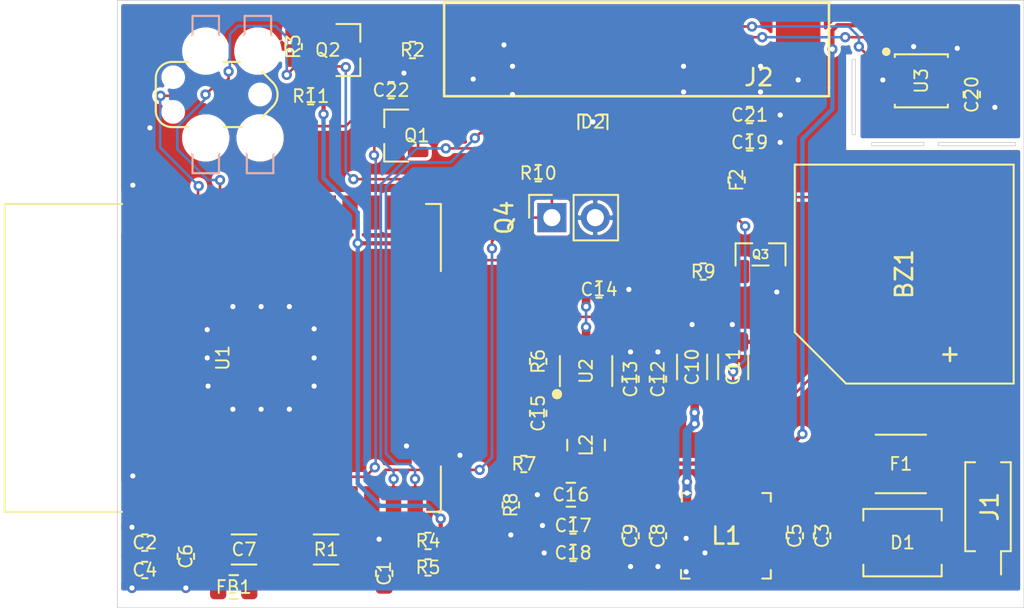
<source format=kicad_pcb>
(kicad_pcb (version 20171130) (host pcbnew "(5.1.5)-3")
  (layers (0 F.Cu mixed) (1 In1.Cu power) (2 In2.Cu power) (31 B.Cu mixed) (34 B.Paste user) (35 F.Paste user) (36 B.SilkS user) (37 F.SilkS user) (38 B.Mask user) (39 F.Mask user) (44 Edge.Cuts user))
  (net 0 "")
  (net 1 "Net-(BZ1-Pad2)")
  (net 2 +5V)
  (net 3 GND)
  (net 4 +3V3)
  (net 5 "Net-(C2-Pad1)")
  (net 6 "Net-(C3-Pad2)")
  (net 7 "Net-(C3-Pad1)")
  (net 8 "Net-(C7-Pad2)")
  (net 9 "Net-(C14-Pad1)")
  (net 10 "Net-(C15-Pad2)")
  (net 11 "Net-(C15-Pad1)")
  (net 12 "Net-(C19-Pad1)")
  (net 13 /EN)
  (net 14 /SCL)
  (net 15 /SDA)
  (net 16 "Net-(F1-Pad2)")
  (net 17 "Net-(J2-Pad29)")
  (net 18 "Net-(J2-Pad28)")
  (net 19 "Net-(J2-Pad25)")
  (net 20 "Net-(J2-Pad24)")
  (net 21 "Net-(J2-Pad23)")
  (net 22 "Net-(J2-Pad22)")
  (net 23 "Net-(J2-Pad20)")
  (net 24 "Net-(J2-Pad19)")
  (net 25 "Net-(J2-Pad18)")
  (net 26 "Net-(J2-Pad17)")
  (net 27 "Net-(J2-Pad16)")
  (net 28 "Net-(J2-Pad15)")
  (net 29 "Net-(J2-Pad14)")
  (net 30 "Net-(J2-Pad13)")
  (net 31 "Net-(J2-Pad12)")
  (net 32 "Net-(J2-Pad9)")
  (net 33 "Net-(J2-Pad8)")
  (net 34 "Net-(J2-Pad7)")
  (net 35 "Net-(J2-Pad6)")
  (net 36 "Net-(J2-Pad5)")
  (net 37 "Net-(J2-Pad4)")
  (net 38 "Net-(J2-Pad3)")
  (net 39 "Net-(J2-Pad2)")
  (net 40 "Net-(J3-Pad1)")
  (net 41 /DTR)
  (net 42 /RX_OUT)
  (net 43 /RTS)
  (net 44 /TX_OUT)
  (net 45 "Net-(Q1-Pad1)")
  (net 46 /IO0)
  (net 47 "Net-(Q2-Pad1)")
  (net 48 "Net-(Q3-Pad1)")
  (net 49 "Net-(Q4-Pad1)")
  (net 50 "Net-(R6-Pad2)")
  (net 51 "Net-(R7-Pad2)")
  (net 52 "Net-(TP2-Pad1)")
  (net 53 "Net-(TP3-Pad1)")
  (net 54 "Net-(TP4-Pad1)")
  (net 55 "Net-(U1-Pad37)")
  (net 56 "Net-(U1-Pad33)")
  (net 57 "Net-(U1-Pad32)")
  (net 58 "Net-(U1-Pad29)")
  (net 59 "Net-(U1-Pad26)")
  (net 60 "Net-(U1-Pad23)")
  (net 61 "Net-(U1-Pad22)")
  (net 62 "Net-(U1-Pad21)")
  (net 63 "Net-(U1-Pad20)")
  (net 64 "Net-(U1-Pad19)")
  (net 65 "Net-(U1-Pad18)")
  (net 66 "Net-(U1-Pad17)")
  (net 67 "Net-(U1-Pad16)")
  (net 68 "Net-(U1-Pad11)")
  (net 69 "Net-(U1-Pad10)")
  (net 70 "Net-(U1-Pad9)")
  (net 71 "Net-(U1-Pad8)")
  (net 72 "Net-(U1-Pad7)")
  (net 73 "Net-(U1-Pad6)")
  (net 74 "Net-(U1-Pad5)")
  (net 75 "Net-(U1-Pad4)")
  (net 76 "Net-(U3-Pad7)")
  (net 77 "Net-(U3-Pad3)")
  (net 78 /GATE_BUZZER)
  (net 79 "Net-(U1-Pad36)")
  (net 80 "Net-(U1-Pad27)")
  (net 81 "Net-(U3-Pad4)")
  (module lib_fp:HDC1080DMBRN (layer F.Cu) (at 47 -76.8 270)
    (fp_text reference U3 (at 0 0 90) (layer F.SilkS) (effects (font (size 0.75 0.75) (thickness 0.11))))
    (fp_text value HDC1080DMBR)
    (pad 7 smd rect (at 0 0) (size 1.5 2.4) (layers F.Cu) (net 76 "Net-(U3-Pad7)"))
    (pad 6 smd roundrect (at -1 -1.385) (size 0.76 0.42) (layers F.Cu F.Paste F.Mask) (roundrect_rratio 0.2619) (net 14 /SCL))
    (pad 5 smd roundrect (at 0 -1.385) (size 0.76 0.42) (layers F.Cu F.Paste F.Mask) (roundrect_rratio 0.2619) (net 4 +3V3))
    (pad 4 smd roundrect (at 1 -1.385) (size 0.76 0.42) (layers F.Cu F.Paste F.Mask) (roundrect_rratio 0.2619) (net 81 "Net-(U3-Pad4)"))
    (pad 3 smd roundrect (at 1 1.385) (size 0.76 0.42) (layers F.Cu F.Paste F.Mask) (roundrect_rratio 0.2619) (net 77 "Net-(U3-Pad3)"))
    (pad 2 smd roundrect (at 0 1.385) (size 0.76 0.42) (layers F.Cu F.Paste F.Mask) (roundrect_rratio 0.2619) (net 3 GND))
    (pad 1 smd roundrect (at -1 1.385) (size 0.76 0.42) (layers F.Cu F.Paste F.Mask) (roundrect_rratio 0.2619) (net 15 /SDA))
  )
  (module lib_fp:TPS56339DDCRN (layer F.Cu) (at 27.4 -59.83 270)
    (fp_text reference U2 (at 0 0 90) (layer F.SilkS) (effects (font (size 0.75 0.75) (thickness 0.11))))
    (fp_text value TPS56339DDCR)
    (pad 6 smd roundrect (at -1.23 0.95 270) (size 1.2 0.61) (layers F.Cu F.Paste F.Mask) (roundrect_rratio 0.2459) (net 50 "Net-(R6-Pad2)"))
    (pad 5 smd roundrect (at -1.23 0 270) (size 1.2 0.61) (layers F.Cu F.Paste F.Mask) (roundrect_rratio 0.2459) (net 9 "Net-(C14-Pad1)"))
    (pad 4 smd roundrect (at -1.23 -0.95 270) (size 1.2 0.61) (layers F.Cu F.Paste F.Mask) (roundrect_rratio 0.2459) (net 51 "Net-(R7-Pad2)"))
    (pad 3 smd roundrect (at 1.23 -0.95 270) (size 1.2 0.61) (layers F.Cu F.Paste F.Mask) (roundrect_rratio 0.2459) (net 2 +5V))
    (pad 2 smd roundrect (at 1.23 0 270) (size 1.2 0.61) (layers F.Cu F.Paste F.Mask) (roundrect_rratio 0.2459) (net 11 "Net-(C15-Pad1)"))
    (pad 1 smd roundrect (at 1.23 0.95 270) (size 1.2 0.61) (layers F.Cu F.Paste F.Mask) (roundrect_rratio 0.2459) (net 3 GND))
  )
  (module lib_fp:CHIP_0603N (layer F.Cu) (at 11.3 -75.9)
    (fp_text reference R11 (at 0 0) (layer F.SilkS) (effects (font (size 0.75 0.75) (thickness 0.11))))
    (fp_text value RC0603JR-0730RL)
    (pad 2 smd roundrect (at 0.76 0) (size 0.85 0.97) (layers F.Cu F.Paste F.Mask) (roundrect_rratio 0.2471) (net 4 +3V3))
    (pad 1 smd roundrect (at -0.76 0) (size 0.85 0.97) (layers F.Cu F.Paste F.Mask) (roundrect_rratio 0.2471) (net 40 "Net-(J3-Pad1)"))
  )
  (module lib_fp:CHIP_0603N (layer F.Cu) (at 24.6 -71.4)
    (fp_text reference R10 (at 0 0) (layer F.SilkS) (effects (font (size 0.75 0.75) (thickness 0.11))))
    (fp_text value RC0603JR-07220RL)
    (pad 2 smd roundrect (at 0.76 0) (size 0.85 0.97) (layers F.Cu F.Paste F.Mask) (roundrect_rratio 0.2471) (net 49 "Net-(Q4-Pad1)"))
    (pad 1 smd roundrect (at -0.76 0) (size 0.85 0.97) (layers F.Cu F.Paste F.Mask) (roundrect_rratio 0.2471) (net 4 +3V3))
  )
  (module lib_fp:CHIP_0603N (layer F.Cu) (at 34.25 -65.65 180)
    (fp_text reference R9 (at 0 0) (layer F.SilkS) (effects (font (size 0.75 0.75) (thickness 0.11))))
    (fp_text value RC0603JR-0730RL)
    (pad 2 smd roundrect (at 0.76 0 180) (size 0.85 0.97) (layers F.Cu F.Paste F.Mask) (roundrect_rratio 0.2471) (net 78 /GATE_BUZZER))
    (pad 1 smd roundrect (at -0.76 0 180) (size 0.85 0.97) (layers F.Cu F.Paste F.Mask) (roundrect_rratio 0.2471) (net 48 "Net-(Q3-Pad1)"))
  )
  (module lib_fp:CHIP_0603N (layer F.Cu) (at 23 -52 270)
    (fp_text reference R8 (at 0 0 90) (layer F.SilkS) (effects (font (size 0.75 0.75) (thickness 0.11))))
    (fp_text value RC0603JR-0710KL)
    (pad 2 smd roundrect (at 0.76 0 270) (size 0.85 0.97) (layers F.Cu F.Paste F.Mask) (roundrect_rratio 0.2471) (net 3 GND))
    (pad 1 smd roundrect (at -0.76 0 270) (size 0.85 0.97) (layers F.Cu F.Paste F.Mask) (roundrect_rratio 0.2471) (net 51 "Net-(R7-Pad2)"))
  )
  (module lib_fp:CHIP_0603N (layer F.Cu) (at 23.76 -54.4 180)
    (fp_text reference R7 (at 0 0) (layer F.SilkS) (effects (font (size 0.75 0.75) (thickness 0.11))))
    (fp_text value RC0603FR-0730K9L)
    (pad 2 smd roundrect (at 0.76 0 180) (size 0.85 0.97) (layers F.Cu F.Paste F.Mask) (roundrect_rratio 0.2471) (net 51 "Net-(R7-Pad2)"))
    (pad 1 smd roundrect (at -0.76 0 180) (size 0.85 0.97) (layers F.Cu F.Paste F.Mask) (roundrect_rratio 0.2471) (net 4 +3V3))
  )
  (module lib_fp:CHIP_0603N (layer F.Cu) (at 24.6 -60.4 90)
    (fp_text reference R6 (at 0 0 90) (layer F.SilkS) (effects (font (size 0.75 0.75) (thickness 0.11))))
    (fp_text value RC0603JR-0730RL)
    (pad 2 smd roundrect (at 0.76 0 90) (size 0.85 0.97) (layers F.Cu F.Paste F.Mask) (roundrect_rratio 0.2471) (net 50 "Net-(R6-Pad2)"))
    (pad 1 smd roundrect (at -0.76 0 90) (size 0.85 0.97) (layers F.Cu F.Paste F.Mask) (roundrect_rratio 0.2471) (net 10 "Net-(C15-Pad2)"))
  )
  (module lib_fp:CHIP_0603N (layer F.Cu) (at 18.16 -48.35 180)
    (fp_text reference R5 (at 0 0) (layer F.SilkS) (effects (font (size 0.75 0.75) (thickness 0.11))))
    (fp_text value RC0603JR-074K7L)
    (pad 2 smd roundrect (at 0.76 0 180) (size 0.85 0.97) (layers F.Cu F.Paste F.Mask) (roundrect_rratio 0.2471) (net 14 /SCL))
    (pad 1 smd roundrect (at -0.76 0 180) (size 0.85 0.97) (layers F.Cu F.Paste F.Mask) (roundrect_rratio 0.2471) (net 4 +3V3))
  )
  (module lib_fp:CHIP_0603N (layer F.Cu) (at 18.16 -49.9 180)
    (fp_text reference R4 (at 0 0) (layer F.SilkS) (effects (font (size 0.75 0.75) (thickness 0.11))))
    (fp_text value RC0603JR-074K7L)
    (pad 2 smd roundrect (at 0.76 0 180) (size 0.85 0.97) (layers F.Cu F.Paste F.Mask) (roundrect_rratio 0.2471) (net 15 /SDA))
    (pad 1 smd roundrect (at -0.76 0 180) (size 0.85 0.97) (layers F.Cu F.Paste F.Mask) (roundrect_rratio 0.2471) (net 4 +3V3))
  )
  (module lib_fp:CHIP_0603N (layer F.Cu) (at 10.3 -78.8 270)
    (fp_text reference R3 (at 0 0 90) (layer F.SilkS) (effects (font (size 0.75 0.75) (thickness 0.11))))
    (fp_text value RC0603JR-0710KL)
    (pad 2 smd roundrect (at 0.76 0 270) (size 0.85 0.97) (layers F.Cu F.Paste F.Mask) (roundrect_rratio 0.2471) (net 43 /RTS))
    (pad 1 smd roundrect (at -0.76 0 270) (size 0.85 0.97) (layers F.Cu F.Paste F.Mask) (roundrect_rratio 0.2471) (net 47 "Net-(Q2-Pad1)"))
  )
  (module lib_fp:CHIP_0603N (layer F.Cu) (at 17.25 -78.6 180)
    (fp_text reference R2 (at 0 0) (layer F.SilkS) (effects (font (size 0.75 0.75) (thickness 0.11))))
    (fp_text value RC0603JR-0710KL)
    (pad 2 smd roundrect (at 0.76 0 180) (size 0.85 0.97) (layers F.Cu F.Paste F.Mask) (roundrect_rratio 0.2471) (net 41 /DTR))
    (pad 1 smd roundrect (at -0.76 0 180) (size 0.85 0.97) (layers F.Cu F.Paste F.Mask) (roundrect_rratio 0.2471) (net 45 "Net-(Q1-Pad1)"))
  )
  (module lib_fp:CHIP_1206N (layer F.Cu) (at 12.2 -49.4)
    (fp_text reference R1 (at 0 0) (layer F.SilkS) (effects (font (size 0.75 0.75) (thickness 0.11))))
    (fp_text value SR732BTTD1R00D)
    (pad 2 smd roundrect (at 1.47 0) (size 1.13 1.77) (layers F.Cu F.Paste F.Mask) (roundrect_rratio 0.2212) (net 3 GND))
    (pad 1 smd roundrect (at -1.47 0) (size 1.13 1.77) (layers F.Cu F.Paste F.Mask) (roundrect_rratio 0.2212) (net 8 "Net-(C7-Pad2)"))
  )
  (module Connector_PinSocket_2.54mm:PinSocket_1x02_P2.54mm_Vertical (layer F.Cu) (at 25.4 -68.8 90)
    (fp_text reference Q4 (at 0 -2.77 90) (layer F.SilkS))
    (fp_text value INL-5APT30)
    (pad 2 thru_hole oval (at 0 2.54 90) (size 1.7 1.7) (drill 1) (layers *.Cu *.Mask) (net 3 GND))
    (pad 1 thru_hole rect (at 0 0 90) (size 1.7 1.7) (drill 1) (layers *.Cu *.Mask) (net 49 "Net-(Q4-Pad1)"))
  )
  (module lib_fp:2N7002-TP (layer F.Cu) (at 37.6 -66.65)
    (fp_text reference Q3 (at 0 0) (layer F.SilkS) (effects (font (size 0.5 0.5) (thickness 0.1))))
    (fp_text value 2N7002-TP)
    (pad 3 smd roundrect (at 0 -1 90) (size 1.36 0.61) (layers F.Cu F.Paste F.Mask) (roundrect_rratio 0.2459) (net 1 "Net-(BZ1-Pad2)"))
    (pad 2 smd roundrect (at 0.96 1 90) (size 1.36 0.61) (layers F.Cu F.Paste F.Mask) (roundrect_rratio 0.2459) (net 3 GND))
    (pad 1 smd roundrect (at -0.96 1 90) (size 1.36 0.61) (layers F.Cu F.Paste F.Mask) (roundrect_rratio 0.2459) (net 48 "Net-(Q3-Pad1)"))
  )
  (module lib_fp:MMSS8050-L-TPN (layer F.Cu) (at 13.5 -78.6)
    (fp_text reference Q2 (at -1.2 0) (layer F.SilkS) (effects (font (size 0.75 0.75) (thickness 0.11))))
    (fp_text value MMSS8050-L-TP)
    (pad 3 smd roundrect (at 1.28 0) (size 1.2 0.61) (layers F.Cu F.Paste F.Mask) (roundrect_rratio 0.2459) (net 41 /DTR))
    (pad 2 smd roundrect (at -1.28 0.96) (size 1.2 0.61) (layers F.Cu F.Paste F.Mask) (roundrect_rratio 0.2459) (net 46 /IO0))
    (pad 1 smd roundrect (at -1.28 -0.96) (size 1.2 0.61) (layers F.Cu F.Paste F.Mask) (roundrect_rratio 0.2459) (net 47 "Net-(Q2-Pad1)"))
  )
  (module lib_fp:MMSS8050-L-TPN (layer F.Cu) (at 16.3 -73.6 180)
    (fp_text reference Q1 (at -1.2 0) (layer F.SilkS) (effects (font (size 0.75 0.75) (thickness 0.11))))
    (fp_text value MMSS8050-L-TP)
    (pad 3 smd roundrect (at 1.28 0 180) (size 1.2 0.61) (layers F.Cu F.Paste F.Mask) (roundrect_rratio 0.2459) (net 13 /EN))
    (pad 2 smd roundrect (at -1.28 0.96 180) (size 1.2 0.61) (layers F.Cu F.Paste F.Mask) (roundrect_rratio 0.2459) (net 43 /RTS))
    (pad 1 smd roundrect (at -1.28 -0.96 180) (size 1.2 0.61) (layers F.Cu F.Paste F.Mask) (roundrect_rratio 0.2459) (net 45 "Net-(Q1-Pad1)"))
  )
  (module lib_fp:CHIP_1008N (layer F.Cu) (at 27.4 -55.5 270)
    (fp_text reference L2 (at 0 0 90) (layer F.SilkS) (effects (font (size 0.75 0.75) (thickness 0.11))))
    (fp_text value CIGW252010EH4R7MNE)
    (pad 2 smd roundrect (at 1.075 0 270) (size 1.16 2.22) (layers F.Cu F.Paste F.Mask) (roundrect_rratio 0.2155) (net 4 +3V3))
    (pad 1 smd roundrect (at -1.075 0 270) (size 1.16 2.22) (layers F.Cu F.Paste F.Mask) (roundrect_rratio 0.2155) (net 11 "Net-(C15-Pad1)"))
  )
  (module lib_fp:ACM4520V-142-2P-T00 (layer F.Cu) (at 35.6 -50.2 180)
    (fp_text reference L1 (at 0 0) (layer F.SilkS))
    (fp_text value ACM4520V-142-2P-T00)
    (pad 4 smd roundrect (at 2.375 1 180) (size 1.25 0.95) (layers F.Cu F.Paste F.Mask) (net 2 +5V))
    (pad 3 smd roundrect (at 2.375 -1 180) (size 1.25 0.95) (layers F.Cu F.Paste F.Mask) (net 3 GND))
    (pad 2 smd roundrect (at -2.375 -1 180) (size 1.25 0.95) (layers F.Cu F.Paste F.Mask) (net 6 "Net-(C3-Pad2)"))
    (pad 1 smd roundrect (at -2.375 1 180) (size 1.25 0.95) (layers F.Cu F.Paste F.Mask) (net 7 "Net-(C3-Pad1)"))
  )
  (module lib_fp:TC2030_SMALL (layer F.Cu) (at 5.8 -76 180)
    (fp_text reference J3 hide)
    (fp_text value Tag_Connect_6_Pin hide)
    (pad 1 connect circle (at -1.27 0.635 180) (size 0.78486 0.78486) (layers F.Cu F.Mask) (net 40 "Net-(J3-Pad1)"))
    (pad 2 connect circle (at -1.27 -0.635 180) (size 0.78486 0.78486) (layers F.Cu F.Mask) (net 41 /DTR))
    (pad 3 connect circle (at 0 0.635 180) (size 0.78486 0.78486) (layers F.Cu F.Mask) (net 42 /RX_OUT))
    (pad 4 connect circle (at 0 -0.635 180) (size 0.78486 0.78486) (layers F.Cu F.Mask) (net 43 /RTS))
    (pad 5 connect circle (at 1.27 0.635 180) (size 0.78486 0.78486) (layers F.Cu F.Mask) (net 44 /TX_OUT))
    (pad 6 connect circle (at 1.27 -0.635 180) (size 0.78486 0.78486) (layers F.Cu F.Mask) (net 3 GND))
    (pad "" np_thru_hole circle (at -2.54 0 180) (size 0.98806 0.98806) (drill 0.98806) (layers *.Cu *.Mask))
    (pad "" np_thru_hole circle (at 2.54 -1.016 180) (size 0.98552 0.98552) (drill 0.98552) (layers *.Cu *.Mask))
    (pad "" np_thru_hole circle (at 2.54 1.016 180) (size 0.98552 0.98552) (drill 0.98552) (layers *.Cu *.Mask))
    (pad "" np_thru_hole circle (at -2.54 -2.54 180) (size 2.37236 2.37236) (drill 2.37236) (layers *.Cu *.Mask))
    (pad "" np_thru_hole circle (at 0.635 -2.54 180) (size 2.36982 2.36982) (drill 2.36982) (layers *.Cu *.Mask))
    (pad "" np_thru_hole circle (at -2.413 2.54 180) (size 2.36982 2.36982) (drill 2.36982) (layers *.Cu *.Mask))
    (pad "" np_thru_hole circle (at 0.635 2.54 180) (size 2.36982 2.36982) (drill 2.36982) (layers *.Cu *.Mask))
  )
  (module Connector_PinSocket_2.54mm:PinSocket_2x01_P2.54mm_Vertical_SMD (layer F.Cu) (at 50.9 -51.9 270)
    (fp_text reference J1 (at 0 -0.1 90) (layer F.SilkS))
    (fp_text value Conn_01x02_Female)
    (pad 2 smd rect (at -2.52 0 270) (size 3 1) (layers F.Cu F.Paste F.Mask) (net 16 "Net-(F1-Pad2)"))
    (pad 1 smd rect (at 2.52 0 270) (size 3 1) (layers F.Cu F.Paste F.Mask) (net 6 "Net-(C3-Pad2)"))
  )
  (module lib_fp:CHIP_0805N (layer F.Cu) (at 6.8 -47.2)
    (fp_text reference FB1 (at 0 0) (layer F.SilkS) (effects (font (size 0.75 0.75) (thickness 0.11))))
    (fp_text value 742792040)
    (pad 2 smd roundrect (at 0.91 0) (size 0.95 1.42) (layers F.Cu F.Paste F.Mask) (roundrect_rratio 0.2526) (net 4 +3V3))
    (pad 1 smd roundrect (at -0.91 0) (size 0.95 1.42) (layers F.Cu F.Paste F.Mask) (roundrect_rratio 0.2526) (net 5 "Net-(C2-Pad1)"))
  )
  (module footprints:FUSE_0603N (layer F.Cu) (at 36.2 -71 90)
    (fp_text reference F2 (at 0 0 90) (layer F.SilkS) (effects (font (size 0.75 0.75) (thickness 0.11))))
    (fp_text value 0686F2000-01)
    (pad 2 smd roundrect (at 0.76 0 90) (size 0.85 0.97) (layers F.Cu F.Paste F.Mask) (roundrect_rratio 0.2471) (net 12 "Net-(C19-Pad1)"))
    (pad 1 smd roundrect (at -0.76 0 90) (size 0.85 0.97) (layers F.Cu F.Paste F.Mask) (roundrect_rratio 0.2471) (net 2 +5V))
  )
  (module footprints:FUSC455X324X155L45N (layer F.Cu) (at 45.8 -54.4)
    (fp_text reference F1 (at 0 0) (layer F.SilkS) (effects (font (size 0.75 0.75) (thickness 0.11))))
    (fp_text value 0ZCG0150BF2C)
    (pad 2 smd roundrect (at 2.215 0) (size 1.12 3.43) (layers F.Cu F.Paste F.Mask) (roundrect_rratio 0.2232) (net 16 "Net-(F1-Pad2)"))
    (pad 1 smd roundrect (at -2.215 0) (size 1.12 3.43) (layers F.Cu F.Paste F.Mask) (roundrect_rratio 0.2232) (net 7 "Net-(C3-Pad1)"))
  )
  (module lib_fp:RCLAMP0582BQTCTN (layer F.Cu) (at 27.8 -74.4)
    (fp_text reference D2 (at 0 0) (layer F.SilkS) (effects (font (size 0.75 0.75) (thickness 0.11))))
    (fp_text value RCLAMP0582BQTCT)
    (pad 3 smd roundrect (at 0 -0.66 90) (size 0.75 0.32) (layers F.Cu F.Paste F.Mask) (net 3 GND))
    (pad 2 smd roundrect (at 0.5 0.66 90) (size 0.75 0.32) (layers F.Cu F.Paste F.Mask) (net 14 /SCL))
    (pad 1 smd roundrect (at -0.5 0.66 90) (size 0.75 0.32) (layers F.Cu F.Paste F.Mask) (net 15 /SDA))
  )
  (module lib_fp:P6SMB6.8A-E3_5BN (layer F.Cu) (at 45.9 -49.8)
    (fp_text reference D1 (at 0 0) (layer F.SilkS) (effects (font (size 0.75 0.75) (thickness 0.11))))
    (fp_text value P6SMB6.8A-E3_5B)
    (pad A smd roundrect (at 2.14 0) (size 1.73 2.22) (layers F.Cu F.Paste F.Mask) (roundrect_rratio 0.1445) (net 6 "Net-(C3-Pad2)"))
    (pad C smd roundrect (at -2.14 0) (size 1.73 2.22) (layers F.Cu F.Paste F.Mask) (roundrect_rratio 0.1445) (net 7 "Net-(C3-Pad1)"))
  )
  (module lib_fp:CHIP_0603N (layer F.Cu) (at 16 -76.25)
    (fp_text reference C22 (at 0 0) (layer F.SilkS) (effects (font (size 0.75 0.75) (thickness 0.11))))
    (fp_text value CC0603KRX7R9BB104)
    (pad 2 smd roundrect (at 0.76 0) (size 0.85 0.97) (layers F.Cu F.Paste F.Mask) (roundrect_rratio 0.2471) (net 3 GND))
    (pad 1 smd roundrect (at -0.76 0) (size 0.85 0.97) (layers F.Cu F.Paste F.Mask) (roundrect_rratio 0.2471) (net 13 /EN))
  )
  (module lib_fp:CHIP_0603N (layer F.Cu) (at 36.96 -74.8)
    (fp_text reference C21 (at 0 0) (layer F.SilkS) (effects (font (size 0.75 0.75) (thickness 0.11))))
    (fp_text value CC0603KRX7R9BB104)
    (pad 2 smd roundrect (at 0.76 0) (size 0.85 0.97) (layers F.Cu F.Paste F.Mask) (roundrect_rratio 0.2471) (net 3 GND))
    (pad 1 smd roundrect (at -0.76 0) (size 0.85 0.97) (layers F.Cu F.Paste F.Mask) (roundrect_rratio 0.2471) (net 12 "Net-(C19-Pad1)"))
  )
  (module lib_fp:CHIP_0603N (layer F.Cu) (at 49.95 -76 270)
    (fp_text reference C20 (at 0 0 90) (layer F.SilkS) (effects (font (size 0.75 0.75) (thickness 0.11))))
    (fp_text value CC0603KRX7R9BB104)
    (pad 2 smd roundrect (at 0.76 0 270) (size 0.85 0.97) (layers F.Cu F.Paste F.Mask) (roundrect_rratio 0.2471) (net 3 GND))
    (pad 1 smd roundrect (at -0.76 0 270) (size 0.85 0.97) (layers F.Cu F.Paste F.Mask) (roundrect_rratio 0.2471) (net 4 +3V3))
  )
  (module lib_fp:CHIP_0603N (layer F.Cu) (at 36.96 -73.2)
    (fp_text reference C19 (at 0 0) (layer F.SilkS) (effects (font (size 0.75 0.75) (thickness 0.11))))
    (fp_text value CC0603KRX7R9BB104)
    (pad 2 smd roundrect (at 0.76 0) (size 0.85 0.97) (layers F.Cu F.Paste F.Mask) (roundrect_rratio 0.2471) (net 3 GND))
    (pad 1 smd roundrect (at -0.76 0) (size 0.85 0.97) (layers F.Cu F.Paste F.Mask) (roundrect_rratio 0.2471) (net 12 "Net-(C19-Pad1)"))
  )
  (module lib_fp:CHIP_0603N (layer F.Cu) (at 26.64 -49.2 180)
    (fp_text reference C18 (at 0 0) (layer F.SilkS) (effects (font (size 0.75 0.75) (thickness 0.11))))
    (fp_text value CC0603KRX7R9BB104)
    (pad 2 smd roundrect (at 0.76 0 180) (size 0.85 0.97) (layers F.Cu F.Paste F.Mask) (roundrect_rratio 0.2471) (net 3 GND))
    (pad 1 smd roundrect (at -0.76 0 180) (size 0.85 0.97) (layers F.Cu F.Paste F.Mask) (roundrect_rratio 0.2471) (net 4 +3V3))
  )
  (module lib_fp:CHIP_0603N (layer F.Cu) (at 26.64 -50.8 180)
    (fp_text reference C17 (at 0 0) (layer F.SilkS) (effects (font (size 0.75 0.75) (thickness 0.11))))
    (fp_text value CC0603KRX5R9BB105)
    (pad 2 smd roundrect (at 0.76 0 180) (size 0.85 0.97) (layers F.Cu F.Paste F.Mask) (roundrect_rratio 0.2471) (net 3 GND))
    (pad 1 smd roundrect (at -0.76 0 180) (size 0.85 0.97) (layers F.Cu F.Paste F.Mask) (roundrect_rratio 0.2471) (net 4 +3V3))
  )
  (module lib_fp:CHIP_0805N (layer F.Cu) (at 26.51 -52.6 180)
    (fp_text reference C16 (at 0 0) (layer F.SilkS) (effects (font (size 0.75 0.75) (thickness 0.11))))
    (fp_text value C2012X7S1A226M125AC)
    (pad 2 smd roundrect (at 0.91 0 180) (size 0.95 1.42) (layers F.Cu F.Paste F.Mask) (roundrect_rratio 0.2526) (net 3 GND))
    (pad 1 smd roundrect (at -0.91 0 180) (size 0.95 1.42) (layers F.Cu F.Paste F.Mask) (roundrect_rratio 0.2526) (net 4 +3V3))
  )
  (module lib_fp:CHIP_0603N (layer F.Cu) (at 24.6 -57.36 90)
    (fp_text reference C15 (at 0 0 90) (layer F.SilkS) (effects (font (size 0.75 0.75) (thickness 0.11))))
    (fp_text value CC0603KRX7R9BB104)
    (pad 2 smd roundrect (at 0.76 0 90) (size 0.85 0.97) (layers F.Cu F.Paste F.Mask) (roundrect_rratio 0.2471) (net 10 "Net-(C15-Pad2)"))
    (pad 1 smd roundrect (at -0.76 0 90) (size 0.85 0.97) (layers F.Cu F.Paste F.Mask) (roundrect_rratio 0.2471) (net 11 "Net-(C15-Pad1)"))
  )
  (module lib_fp:CHIP_0603N (layer F.Cu) (at 28.16 -64.6)
    (fp_text reference C14 (at 0 0) (layer F.SilkS) (effects (font (size 0.75 0.75) (thickness 0.11))))
    (fp_text value CC0603KRX7R9BB104)
    (pad 2 smd roundrect (at 0.76 0) (size 0.85 0.97) (layers F.Cu F.Paste F.Mask) (roundrect_rratio 0.2471) (net 3 GND))
    (pad 1 smd roundrect (at -0.76 0) (size 0.85 0.97) (layers F.Cu F.Paste F.Mask) (roundrect_rratio 0.2471) (net 9 "Net-(C14-Pad1)"))
  )
  (module lib_fp:CHIP_0603N (layer F.Cu) (at 30 -59.36 90)
    (fp_text reference C13 (at 0 0 90) (layer F.SilkS) (effects (font (size 0.75 0.75) (thickness 0.11))))
    (fp_text value CL10B102KB8WPNC)
    (pad 2 smd roundrect (at 0.76 0 90) (size 0.85 0.97) (layers F.Cu F.Paste F.Mask) (roundrect_rratio 0.2471) (net 3 GND))
    (pad 1 smd roundrect (at -0.76 0 90) (size 0.85 0.97) (layers F.Cu F.Paste F.Mask) (roundrect_rratio 0.2471) (net 2 +5V))
  )
  (module lib_fp:CHIP_0603N (layer F.Cu) (at 31.6 -59.36 90)
    (fp_text reference C12 (at 0 0 90) (layer F.SilkS) (effects (font (size 0.75 0.75) (thickness 0.11))))
    (fp_text value CC0603KRX7R9BB104)
    (pad 2 smd roundrect (at 0.76 0 90) (size 0.85 0.97) (layers F.Cu F.Paste F.Mask) (roundrect_rratio 0.2471) (net 3 GND))
    (pad 1 smd roundrect (at -0.76 0 90) (size 0.85 0.97) (layers F.Cu F.Paste F.Mask) (roundrect_rratio 0.2471) (net 2 +5V))
  )
  (module lib_fp:CHIP_1206N (layer F.Cu) (at 36 -60.07 90)
    (fp_text reference C11 (at 0 0 90) (layer F.SilkS) (effects (font (size 0.75 0.75) (thickness 0.11))))
    (fp_text value CL31A106KPHNNNE)
    (pad 2 smd roundrect (at 1.47 0 90) (size 1.13 1.77) (layers F.Cu F.Paste F.Mask) (roundrect_rratio 0.2212) (net 3 GND))
    (pad 1 smd roundrect (at -1.47 0 90) (size 1.13 1.77) (layers F.Cu F.Paste F.Mask) (roundrect_rratio 0.2212) (net 2 +5V))
  )
  (module lib_fp:CHIP_1206N (layer F.Cu) (at 33.6 -60.07 90)
    (fp_text reference C10 (at 0 0 90) (layer F.SilkS) (effects (font (size 0.75 0.75) (thickness 0.11))))
    (fp_text value CL31A106KPHNNNE)
    (pad 2 smd roundrect (at 1.47 0 90) (size 1.13 1.77) (layers F.Cu F.Paste F.Mask) (roundrect_rratio 0.2212) (net 3 GND))
    (pad 1 smd roundrect (at -1.47 0 90) (size 1.13 1.77) (layers F.Cu F.Paste F.Mask) (roundrect_rratio 0.2212) (net 2 +5V))
  )
  (module lib_fp:CHIP_0603N (layer F.Cu) (at 30 -50.2 270)
    (fp_text reference C9 (at 0 0 90) (layer F.SilkS) (effects (font (size 0.75 0.75) (thickness 0.11))))
    (fp_text value CC0603KRX7R9BB104)
    (pad 2 smd roundrect (at 0.76 0 270) (size 0.85 0.97) (layers F.Cu F.Paste F.Mask) (roundrect_rratio 0.2471) (net 3 GND))
    (pad 1 smd roundrect (at -0.76 0 270) (size 0.85 0.97) (layers F.Cu F.Paste F.Mask) (roundrect_rratio 0.2471) (net 2 +5V))
  )
  (module lib_fp:CHIP_0603N (layer F.Cu) (at 31.6 -50.2 270)
    (fp_text reference C8 (at 0 0 90) (layer F.SilkS) (effects (font (size 0.75 0.75) (thickness 0.11))))
    (fp_text value CC0603KRX5R9BB105)
    (pad 2 smd roundrect (at 0.76 0 270) (size 0.85 0.97) (layers F.Cu F.Paste F.Mask) (roundrect_rratio 0.2471) (net 3 GND))
    (pad 1 smd roundrect (at -0.76 0 270) (size 0.85 0.97) (layers F.Cu F.Paste F.Mask) (roundrect_rratio 0.2471) (net 2 +5V))
  )
  (module lib_fp:CHIP_1206N (layer F.Cu) (at 7.4 -49.4)
    (fp_text reference C7 (at 0 0) (layer F.SilkS) (effects (font (size 0.75 0.75) (thickness 0.11))))
    (fp_text value CL31A106KPHNNNE)
    (pad 2 smd roundrect (at 1.47 0) (size 1.13 1.77) (layers F.Cu F.Paste F.Mask) (roundrect_rratio 0.2212) (net 8 "Net-(C7-Pad2)"))
    (pad 1 smd roundrect (at -1.47 0) (size 1.13 1.77) (layers F.Cu F.Paste F.Mask) (roundrect_rratio 0.2212) (net 5 "Net-(C2-Pad1)"))
  )
  (module lib_fp:CHIP_0603N (layer F.Cu) (at 4 -49 270)
    (fp_text reference C6 (at 0 0 90) (layer F.SilkS) (effects (font (size 0.75 0.75) (thickness 0.11))))
    (fp_text value CC0603KRX5R9BB105)
    (pad 2 smd roundrect (at 0.76 0 270) (size 0.85 0.97) (layers F.Cu F.Paste F.Mask) (roundrect_rratio 0.2471) (net 3 GND))
    (pad 1 smd roundrect (at -0.76 0 270) (size 0.85 0.97) (layers F.Cu F.Paste F.Mask) (roundrect_rratio 0.2471) (net 5 "Net-(C2-Pad1)"))
  )
  (module lib_fp:CHIP_0603N (layer F.Cu) (at 39.6 -50.2 270)
    (fp_text reference C5 (at 0 0 90) (layer F.SilkS) (effects (font (size 0.75 0.75) (thickness 0.11))))
    (fp_text value CC0603KRX5R9BB105)
    (pad 2 smd roundrect (at 0.76 0 270) (size 0.85 0.97) (layers F.Cu F.Paste F.Mask) (roundrect_rratio 0.2471) (net 6 "Net-(C3-Pad2)"))
    (pad 1 smd roundrect (at -0.76 0 270) (size 0.85 0.97) (layers F.Cu F.Paste F.Mask) (roundrect_rratio 0.2471) (net 7 "Net-(C3-Pad1)"))
  )
  (module lib_fp:CHIP_0603N (layer F.Cu) (at 1.6 -48.2 180)
    (fp_text reference C4 (at 0 0) (layer F.SilkS) (effects (font (size 0.75 0.75) (thickness 0.11))))
    (fp_text value CC0603KRX7R9BB104)
    (pad 2 smd roundrect (at 0.76 0 180) (size 0.85 0.97) (layers F.Cu F.Paste F.Mask) (roundrect_rratio 0.2471) (net 3 GND))
    (pad 1 smd roundrect (at -0.76 0 180) (size 0.85 0.97) (layers F.Cu F.Paste F.Mask) (roundrect_rratio 0.2471) (net 5 "Net-(C2-Pad1)"))
  )
  (module lib_fp:CHIP_0603N (layer F.Cu) (at 41.2 -50.2 270)
    (fp_text reference C3 (at 0 0 90) (layer F.SilkS) (effects (font (size 0.75 0.75) (thickness 0.11))))
    (fp_text value CC0603KRX7R9BB104)
    (pad 2 smd roundrect (at 0.76 0 270) (size 0.85 0.97) (layers F.Cu F.Paste F.Mask) (roundrect_rratio 0.2471) (net 6 "Net-(C3-Pad2)"))
    (pad 1 smd roundrect (at -0.76 0 270) (size 0.85 0.97) (layers F.Cu F.Paste F.Mask) (roundrect_rratio 0.2471) (net 7 "Net-(C3-Pad1)"))
  )
  (module lib_fp:CHIP_0603N (layer F.Cu) (at 1.6 -49.8 180)
    (fp_text reference C2 (at 0 0) (layer F.SilkS) (effects (font (size 0.75 0.75) (thickness 0.11))))
    (fp_text value CL10B103KB8NNNC)
    (pad 2 smd roundrect (at 0.76 0 180) (size 0.85 0.97) (layers F.Cu F.Paste F.Mask) (roundrect_rratio 0.2471) (net 3 GND))
    (pad 1 smd roundrect (at -0.76 0 180) (size 0.85 0.97) (layers F.Cu F.Paste F.Mask) (roundrect_rratio 0.2471) (net 5 "Net-(C2-Pad1)"))
  )
  (module lib_fp:CHIP_0603N (layer F.Cu) (at 15.6 -48 90)
    (fp_text reference C1 (at 0 0 90) (layer F.SilkS) (effects (font (size 0.75 0.75) (thickness 0.11))))
    (fp_text value CC0603KRX7R9BB104)
    (pad 2 smd roundrect (at 0.76 0 90) (size 0.85 0.97) (layers F.Cu F.Paste F.Mask) (roundrect_rratio 0.2471) (net 3 GND))
    (pad 1 smd roundrect (at -0.76 0 90) (size 0.85 0.97) (layers F.Cu F.Paste F.Mask) (roundrect_rratio 0.2471) (net 4 +3V3))
  )
  (module lib_fp:SMI-1324-TW-5V-3-R (layer F.Cu) (at 46 -65.5 90)
    (fp_text reference BZ1 (at 0 0 90) (layer F.SilkS))
    (fp_text value SMI-1324-TW-5V-3-R)
    (fp_text user + (at -4.7 2.6 90) (layer F.SilkS))
    (pad 2 smd rect (at 4.5 0 90) (size 4.25 2.5) (layers F.Cu F.Paste F.Mask) (net 1 "Net-(BZ1-Pad2)"))
    (pad 1 smd rect (at -4.5 0 90) (size 4.25 2.5) (layers F.Cu F.Paste F.Mask) (net 2 +5V))
  )
  (module lib_fp:ESP32-WROOM-32D (layer F.Cu) (at 8.4 -60.6 90)
    (fp_text reference U1 (at 0 -2.24 90) (layer F.SilkS) (effects (font (size 0.75 0.75) (thickness 0.11))))
    (fp_text value ESP32-WROOM-32D)
    (pad 24 smd rect (at 5.715 10.01 180) (size 2 0.9) (layers F.Cu F.Paste F.Mask) (net 78 /GATE_BUZZER))
    (pad 39 smd rect (at 1.66 -1.66 90) (size 1.67 1.67) (layers F.Cu F.Paste) (net 3 GND))
    (pad 39 smd rect (at 0 -1.66 90) (size 1.67 1.67) (layers F.Cu F.Paste) (net 3 GND))
    (pad 39 smd rect (at -1.66 -1.66 90) (size 1.67 1.67) (layers F.Cu F.Paste) (net 3 GND))
    (pad 39 smd rect (at 1.66 0 90) (size 1.67 1.67) (layers F.Cu F.Paste) (net 3 GND))
    (pad 39 smd rect (at 0 0 90) (size 1.67 1.67) (layers F.Cu F.Paste) (net 3 GND))
    (pad 39 smd rect (at -1.66 0 90) (size 1.67 1.67) (layers F.Cu F.Paste) (net 3 GND))
    (pad 39 smd rect (at 1.66 1.66 90) (size 1.67 1.67) (layers F.Cu F.Paste) (net 3 GND))
    (pad 39 smd rect (at 0 1.66 90) (size 1.67 1.67) (layers F.Cu F.Paste) (net 3 GND))
    (pad 39 smd rect (at -1.66 1.66 90) (size 1.67 1.67) (layers F.Cu F.Paste) (net 3 GND))
    (pad 38 smd rect (at 8.5 -7.5 90) (size 2 0.9) (layers F.Cu F.Paste F.Mask) (net 3 GND))
    (pad 37 smd rect (at 8.5 -6.23 90) (size 2 0.9) (layers F.Cu F.Paste F.Mask) (net 55 "Net-(U1-Pad37)"))
    (pad 36 smd rect (at 8.5 -4.96 90) (size 2 0.9) (layers F.Cu F.Paste F.Mask) (net 79 "Net-(U1-Pad36)"))
    (pad 35 smd rect (at 8.5 -3.69 90) (size 2 0.9) (layers F.Cu F.Paste F.Mask) (net 44 /TX_OUT))
    (pad 34 smd rect (at 8.5 -2.42 90) (size 2 0.9) (layers F.Cu F.Paste F.Mask) (net 42 /RX_OUT))
    (pad 33 smd rect (at 8.5 -1.15 90) (size 2 0.9) (layers F.Cu F.Paste F.Mask) (net 56 "Net-(U1-Pad33)"))
    (pad 32 smd rect (at 8.5 0.12 90) (size 2 0.9) (layers F.Cu F.Paste F.Mask) (net 57 "Net-(U1-Pad32)"))
    (pad 31 smd rect (at 8.5 1.39 90) (size 2 0.9) (layers F.Cu F.Paste F.Mask) (net 54 "Net-(TP4-Pad1)"))
    (pad 30 smd rect (at 8.5 2.66 90) (size 2 0.9) (layers F.Cu F.Paste F.Mask) (net 53 "Net-(TP3-Pad1)"))
    (pad 29 smd rect (at 8.5 3.93 90) (size 2 0.9) (layers F.Cu F.Paste F.Mask) (net 58 "Net-(U1-Pad29)"))
    (pad 28 smd rect (at 8.5 5.2 90) (size 2 0.9) (layers F.Cu F.Paste F.Mask) (net 52 "Net-(TP2-Pad1)"))
    (pad 27 smd rect (at 8.5 6.47 90) (size 2 0.9) (layers F.Cu F.Paste F.Mask) (net 80 "Net-(U1-Pad27)"))
    (pad 26 smd rect (at 8.5 7.74 90) (size 2 0.9) (layers F.Cu F.Paste F.Mask) (net 59 "Net-(U1-Pad26)"))
    (pad 25 smd rect (at 8.5 9.01 90) (size 2 0.9) (layers F.Cu F.Paste F.Mask) (net 46 /IO0))
    (pad 23 smd rect (at 4.445 10.01 180) (size 2 0.9) (layers F.Cu F.Paste F.Mask) (net 60 "Net-(U1-Pad23)"))
    (pad 22 smd rect (at 3.175 10.01 180) (size 2 0.9) (layers F.Cu F.Paste F.Mask) (net 61 "Net-(U1-Pad22)"))
    (pad 21 smd rect (at 1.905 10.01 180) (size 2 0.9) (layers F.Cu F.Paste F.Mask) (net 62 "Net-(U1-Pad21)"))
    (pad 20 smd rect (at 0.635 10.01 180) (size 2 0.9) (layers F.Cu F.Paste F.Mask) (net 63 "Net-(U1-Pad20)"))
    (pad 19 smd rect (at -0.635 10.01 180) (size 2 0.9) (layers F.Cu F.Paste F.Mask) (net 64 "Net-(U1-Pad19)"))
    (pad 18 smd rect (at -1.905 10.01 180) (size 2 0.9) (layers F.Cu F.Paste F.Mask) (net 65 "Net-(U1-Pad18)"))
    (pad 17 smd rect (at -3.175 10.01 180) (size 2 0.9) (layers F.Cu F.Paste F.Mask) (net 66 "Net-(U1-Pad17)"))
    (pad 16 smd rect (at -4.445 10.01 180) (size 2 0.9) (layers F.Cu F.Paste F.Mask) (net 67 "Net-(U1-Pad16)"))
    (pad 15 smd rect (at -5.715 10.01 180) (size 2 0.9) (layers F.Cu F.Paste F.Mask) (net 3 GND))
    (pad 14 smd rect (at -8.5 9.01 90) (size 2 0.9) (layers F.Cu F.Paste F.Mask) (net 15 /SDA))
    (pad 13 smd rect (at -8.5 7.74 90) (size 2 0.9) (layers F.Cu F.Paste F.Mask) (net 14 /SCL))
    (pad 12 smd rect (at -8.5 6.47 90) (size 2 0.9) (layers F.Cu F.Paste F.Mask) (net 49 "Net-(Q4-Pad1)"))
    (pad 11 smd rect (at -8.5 5.2 90) (size 2 0.9) (layers F.Cu F.Paste F.Mask) (net 68 "Net-(U1-Pad11)"))
    (pad 10 smd rect (at -8.5 3.93 90) (size 2 0.9) (layers F.Cu F.Paste F.Mask) (net 69 "Net-(U1-Pad10)"))
    (pad 9 smd rect (at -8.5 2.66 90) (size 2 0.9) (layers F.Cu F.Paste F.Mask) (net 70 "Net-(U1-Pad9)"))
    (pad 8 smd rect (at -8.5 1.39 90) (size 2 0.9) (layers F.Cu F.Paste F.Mask) (net 71 "Net-(U1-Pad8)"))
    (pad 7 smd rect (at -8.5 0.12 90) (size 2 0.9) (layers F.Cu F.Paste F.Mask) (net 72 "Net-(U1-Pad7)"))
    (pad 6 smd rect (at -8.5 -1.15 90) (size 2 0.9) (layers F.Cu F.Paste F.Mask) (net 73 "Net-(U1-Pad6)"))
    (pad 5 smd rect (at -8.5 -2.42 90) (size 2 0.9) (layers F.Cu F.Paste F.Mask) (net 74 "Net-(U1-Pad5)"))
    (pad 4 smd rect (at -8.5 -3.69 90) (size 2 0.9) (layers F.Cu F.Paste F.Mask) (net 75 "Net-(U1-Pad4)"))
    (pad 3 smd rect (at -8.5 -4.96 90) (size 2 0.9) (layers F.Cu F.Paste F.Mask) (net 13 /EN))
    (pad 2 smd rect (at -8.5 -6.23 90) (size 2 0.9) (layers F.Cu F.Paste F.Mask) (net 5 "Net-(C2-Pad1)"))
    (pad 1 smd rect (at -8.5 -7.5 90) (size 2 0.9) (layers F.Cu F.Paste F.Mask) (net 3 GND))
  )
  (module lib_fp:0524353071 (layer F.Cu) (at 37.6 -76.9 180)
    (fp_text reference J2 (at 0.1 0.1) (layer F.SilkS))
    (fp_text value 0524353071)
    (pad 30 smd rect (at -2.2 2 180) (size 2.6 3.05) (layers F.Cu F.Paste F.Mask) (net 3 GND))
    (pad 30 smd rect (at 0 0 180) (size 0.3 0.8) (layers F.Cu F.Paste F.Mask) (net 3 GND))
    (pad 29 smd rect (at 0.5 0 180) (size 0.3 0.8) (layers F.Cu F.Paste F.Mask) (net 17 "Net-(J2-Pad29)"))
    (pad 28 smd rect (at 1 0 180) (size 0.3 0.8) (layers F.Cu F.Paste F.Mask) (net 18 "Net-(J2-Pad28)"))
    (pad 27 smd rect (at 1.5 0 180) (size 0.3 0.8) (layers F.Cu F.Paste F.Mask) (net 12 "Net-(C19-Pad1)"))
    (pad 26 smd rect (at 2 0 180) (size 0.3 0.8) (layers F.Cu F.Paste F.Mask) (net 12 "Net-(C19-Pad1)"))
    (pad 25 smd rect (at 2.5 0 180) (size 0.3 0.8) (layers F.Cu F.Paste F.Mask) (net 19 "Net-(J2-Pad25)"))
    (pad 24 smd rect (at 3 0 180) (size 0.3 0.8) (layers F.Cu F.Paste F.Mask) (net 20 "Net-(J2-Pad24)"))
    (pad 23 smd rect (at 3.5 0 180) (size 0.3 0.8) (layers F.Cu F.Paste F.Mask) (net 21 "Net-(J2-Pad23)"))
    (pad 22 smd rect (at 4 0 180) (size 0.3 0.8) (layers F.Cu F.Paste F.Mask) (net 22 "Net-(J2-Pad22)"))
    (pad 21 smd rect (at 4.5 0 180) (size 0.3 0.8) (layers F.Cu F.Paste F.Mask) (net 3 GND))
    (pad 20 smd rect (at 5 0 180) (size 0.3 0.8) (layers F.Cu F.Paste F.Mask) (net 23 "Net-(J2-Pad20)"))
    (pad 19 smd rect (at 5.5 0 180) (size 0.3 0.8) (layers F.Cu F.Paste F.Mask) (net 24 "Net-(J2-Pad19)"))
    (pad 18 smd rect (at 6 0 180) (size 0.3 0.8) (layers F.Cu F.Paste F.Mask) (net 25 "Net-(J2-Pad18)"))
    (pad 17 smd rect (at 6.5 0 180) (size 0.3 0.8) (layers F.Cu F.Paste F.Mask) (net 26 "Net-(J2-Pad17)"))
    (pad 16 smd rect (at 7 0 180) (size 0.3 0.8) (layers F.Cu F.Paste F.Mask) (net 27 "Net-(J2-Pad16)"))
    (pad 15 smd rect (at 7.5 0 180) (size 0.3 0.8) (layers F.Cu F.Paste F.Mask) (net 28 "Net-(J2-Pad15)"))
    (pad 14 smd rect (at 8 0 180) (size 0.3 0.8) (layers F.Cu F.Paste F.Mask) (net 29 "Net-(J2-Pad14)"))
    (pad 13 smd rect (at 8.5 0 180) (size 0.3 0.8) (layers F.Cu F.Paste F.Mask) (net 30 "Net-(J2-Pad13)"))
    (pad 12 smd rect (at 9 0 180) (size 0.3 0.8) (layers F.Cu F.Paste F.Mask) (net 31 "Net-(J2-Pad12)"))
    (pad 11 smd rect (at 9.5 0 180) (size 0.3 0.8) (layers F.Cu F.Paste F.Mask) (net 14 /SCL))
    (pad 10 smd rect (at 10 0 180) (size 0.3 0.8) (layers F.Cu F.Paste F.Mask) (net 15 /SDA))
    (pad 9 smd rect (at 10.5 0 180) (size 0.3 0.8) (layers F.Cu F.Paste F.Mask) (net 32 "Net-(J2-Pad9)"))
    (pad 8 smd rect (at 11 0 180) (size 0.3 0.8) (layers F.Cu F.Paste F.Mask) (net 33 "Net-(J2-Pad8)"))
    (pad 7 smd rect (at 11.5 0 180) (size 0.3 0.8) (layers F.Cu F.Paste F.Mask) (net 34 "Net-(J2-Pad7)"))
    (pad 6 smd rect (at 12 0 180) (size 0.3 0.8) (layers F.Cu F.Paste F.Mask) (net 35 "Net-(J2-Pad6)"))
    (pad 5 smd rect (at 12.5 0 180) (size 0.3 0.8) (layers F.Cu F.Paste F.Mask) (net 36 "Net-(J2-Pad5)"))
    (pad 4 smd rect (at 13 0 180) (size 0.3 0.8) (layers F.Cu F.Paste F.Mask) (net 37 "Net-(J2-Pad4)"))
    (pad 3 smd rect (at 13.5 0 180) (size 0.3 0.8) (layers F.Cu F.Paste F.Mask) (net 38 "Net-(J2-Pad3)"))
    (pad 2 smd rect (at 14 0 180) (size 0.3 0.8) (layers F.Cu F.Paste F.Mask) (net 39 "Net-(J2-Pad2)"))
    (pad 1 smd rect (at 14.5 0 180) (size 0.3 0.8) (layers F.Cu F.Paste F.Mask) (net 3 GND))
    (pad 30 smd rect (at 16.8 2 180) (size 2.6 3.05) (layers F.Cu F.Paste F.Mask) (net 3 GND))
  )
  (gr_line (start 43.15 -73.65) (end 43.15 -78.05) (layer Edge.Cuts) (width 0.05))
  (gr_line (start 43.15 -78.05) (end 42.95 -78.05) (layer Edge.Cuts) (width 0.05))
  (gr_line (start 42.95 -73.65) (end 42.95 -78.05) (layer Edge.Cuts) (width 0.05))
  (gr_line (start 43.15 -73.65) (end 42.95 -73.65) (layer Edge.Cuts) (width 0.05))
  (gr_line (start 47.15 -73) (end 47.15 -73.2) (layer Edge.Cuts) (width 0.05))
  (gr_line (start 44.1 -73.2) (end 47.15 -73.2) (layer Edge.Cuts) (width 0.05))
  (gr_line (start 44.1 -73) (end 44.1 -73.2) (layer Edge.Cuts) (width 0.05))
  (gr_line (start 44.1 -73) (end 47.15 -73) (layer Edge.Cuts) (width 0.05))
  (gr_line (start 48 -73) (end 48 -73.2) (layer Edge.Cuts) (width 0.05))
  (gr_line (start 52.5 -73) (end 52.5 -73.2) (layer Edge.Cuts) (width 0.05))
  (gr_line (start 48 -73) (end 52.5 -73) (layer Edge.Cuts) (width 0.05))
  (gr_line (start 48 -73.2) (end 52.5 -73.2) (layer Edge.Cuts) (width 0.05))
  (gr_line (start 53 -46) (end 0 -46) (layer Edge.Cuts) (width 0.05))
  (gr_line (start 53 -81.5) (end 53 -46) (layer Edge.Cuts) (width 0.05))
  (gr_line (start 0 -46) (end 0 -81.5) (layer Edge.Cuts) (width 0.05))
  (gr_line (start 53 -81.5) (end 0 -81.5) (layer Edge.Cuts) (width 0.05))
  (segment (start 37.6 -67.65) (end 37.6 -69.65) (width 0.15) (layer F.Cu) (net 1))
  (segment (start 37.95 -70) (end 46 -70) (width 0.15) (layer F.Cu) (net 1))
  (segment (start 37.6 -69.65) (end 37.95 -70) (width 0.15) (layer F.Cu) (net 1))
  (segment (start 31.115 -58.6) (end 30 -58.6) (width 0.15) (layer F.Cu) (net 2))
  (segment (start 31.6 -58.6) (end 31.115 -58.6) (width 0.15) (layer F.Cu) (net 2))
  (segment (start 30 -50.96) (end 31.6 -50.96) (width 0.15) (layer F.Cu) (net 2))
  (segment (start 33.6 -58.6) (end 31.6 -58.6) (width 0.15) (layer F.Cu) (net 2))
  (segment (start 36 -58.6) (end 39.7 -58.6) (width 0.15) (layer F.Cu) (net 2))
  (segment (start 42.1 -61) (end 46 -61) (width 0.15) (layer F.Cu) (net 2))
  (segment (start 39.7 -58.6) (end 42.1 -61) (width 0.15) (layer F.Cu) (net 2))
  (via (at 36 -59.8) (size 0.6) (drill 0.3) (layers F.Cu B.Cu) (net 2))
  (segment (start 36 -58.6) (end 36 -59.8) (width 0.15) (layer F.Cu) (net 2))
  (via (at 36.7 -68.3) (size 0.6) (drill 0.3) (layers F.Cu B.Cu) (net 2))
  (segment (start 36.2 -68.8) (end 36.7 -68.3) (width 0.15) (layer F.Cu) (net 2))
  (segment (start 36.2 -70.24) (end 36.2 -68.8) (width 0.15) (layer F.Cu) (net 2))
  (segment (start 36.7 -60.5) (end 36.7 -68.3) (width 0.15) (layer B.Cu) (net 2))
  (segment (start 36 -59.8) (end 36.7 -60.5) (width 0.15) (layer B.Cu) (net 2))
  (segment (start 32.26 -50.96) (end 32.3 -51) (width 0.5) (layer F.Cu) (net 2))
  (segment (start 30 -50.96) (end 32.26 -50.96) (width 0.5) (layer F.Cu) (net 2))
  (segment (start 31.6 -50.96) (end 32.3 -51) (width 0.15) (layer F.Cu) (net 2))
  (segment (start 32.5 -51.2) (end 33.225 -51.2) (width 0.5) (layer F.Cu) (net 2))
  (segment (start 32.3 -51) (end 32.5 -51.2) (width 0.5) (layer F.Cu) (net 2))
  (segment (start 36 -58.6) (end 33.6 -58.6) (width 0.5) (layer F.Cu) (net 2))
  (segment (start 33.6 -58.6) (end 30 -58.6) (width 0.5) (layer F.Cu) (net 2))
  (segment (start 30 -58.6) (end 28.35 -58.6) (width 0.5) (layer F.Cu) (net 2))
  (via (at 33.3 -52.7) (size 0.6) (drill 0.3) (layers F.Cu B.Cu) (net 2))
  (via (at 33.3 -53.35) (size 0.6) (drill 0.3) (layers F.Cu B.Cu) (net 2))
  (segment (start 33.3 -52.7) (end 33.3 -53.35) (width 0.5) (layer B.Cu) (net 2))
  (via (at 33.75 -56.75) (size 0.6) (drill 0.3) (layers F.Cu B.Cu) (net 2))
  (via (at 33.75 -57.4) (size 0.6) (drill 0.3) (layers F.Cu B.Cu) (net 2))
  (segment (start 33.75 -56.75) (end 33.75 -57.4) (width 0.5) (layer B.Cu) (net 2))
  (segment (start 33.75 -58.45) (end 33.6 -58.6) (width 0.5) (layer F.Cu) (net 2))
  (segment (start 33.75 -56.75) (end 33.75 -58.45) (width 0.5) (layer F.Cu) (net 2))
  (segment (start 33.3 -56.3) (end 33.3 -53.35) (width 0.5) (layer B.Cu) (net 2))
  (segment (start 33.75 -56.75) (end 33.3 -56.3) (width 0.5) (layer B.Cu) (net 2))
  (segment (start 33.3 -53.35) (end 33.3 -52.7) (width 0.5) (layer F.Cu) (net 2))
  (segment (start 33.3 -51.275) (end 33.3 -53.35) (width 0.5) (layer F.Cu) (net 2))
  (segment (start 33.225 -51.2) (end 33.3 -51.275) (width 0.5) (layer F.Cu) (net 2))
  (segment (start 49.95 -75.24) (end 51.29 -75.24) (width 0.15) (layer F.Cu) (net 3))
  (via (at 51.3 -75.25) (size 0.6) (drill 0.3) (layers F.Cu B.Cu) (net 3))
  (segment (start 51.29 -75.24) (end 51.3 -75.25) (width 0.15) (layer F.Cu) (net 3))
  (segment (start 45.615 -76.8) (end 44.8 -76.8) (width 0.15) (layer F.Cu) (net 3))
  (via (at 44.75 -76.85) (size 0.6) (drill 0.3) (layers F.Cu B.Cu) (net 3))
  (segment (start 44.8 -76.8) (end 44.75 -76.85) (width 0.15) (layer F.Cu) (net 3))
  (segment (start 4.53 -75.365) (end 4.137571 -74.972571) (width 0.15) (layer F.Cu) (net 3))
  (segment (start 4.137571 -74.799284) (end 3.388287 -74.05) (width 0.15) (layer F.Cu) (net 3))
  (segment (start 4.137571 -74.972571) (end 4.137571 -74.799284) (width 0.15) (layer F.Cu) (net 3))
  (via (at 1.9 -74.05) (size 0.6) (drill 0.3) (layers F.Cu B.Cu) (net 3))
  (segment (start 3.388287 -74.05) (end 1.9 -74.05) (width 0.15) (layer F.Cu) (net 3))
  (via (at 0.9 -70.7) (size 0.6) (drill 0.3) (layers F.Cu B.Cu) (net 3))
  (segment (start 0.9 -69.1) (end 0.9 -70.7) (width 0.15) (layer F.Cu) (net 3))
  (segment (start 6.74 -62.26) (end 8.4 -62.26) (width 0.15) (layer F.Cu) (net 3))
  (segment (start 8.4 -62.26) (end 10.06 -62.26) (width 0.15) (layer F.Cu) (net 3))
  (segment (start 10.06 -62.26) (end 10.06 -60.6) (width 0.15) (layer F.Cu) (net 3))
  (segment (start 10.06 -58.94) (end 10.06 -60.6) (width 0.15) (layer F.Cu) (net 3))
  (segment (start 8.4 -58.94) (end 8.4 -60.6) (width 0.15) (layer F.Cu) (net 3))
  (segment (start 6.74 -60.6) (end 6.74 -58.94) (width 0.15) (layer F.Cu) (net 3))
  (segment (start 6.74 -60.6) (end 6.74 -62.26) (width 0.15) (layer F.Cu) (net 3))
  (segment (start 8.4 -62.26) (end 8.4 -60.6) (width 0.15) (layer F.Cu) (net 3))
  (via (at 6.75 -63.6) (size 0.6) (drill 0.3) (layers F.Cu B.Cu) (net 3))
  (segment (start 6.74 -62.26) (end 6.74 -63.59) (width 0.15) (layer F.Cu) (net 3))
  (segment (start 6.74 -63.59) (end 6.75 -63.6) (width 0.15) (layer F.Cu) (net 3))
  (via (at 8.4 -63.6) (size 0.6) (drill 0.3) (layers F.Cu B.Cu) (net 3))
  (segment (start 8.4 -62.26) (end 8.4 -63.6) (width 0.15) (layer F.Cu) (net 3))
  (via (at 10.05 -63.6) (size 0.6) (drill 0.3) (layers F.Cu B.Cu) (net 3))
  (segment (start 10.06 -62.26) (end 10.06 -63.59) (width 0.15) (layer F.Cu) (net 3))
  (segment (start 10.06 -63.59) (end 10.05 -63.6) (width 0.15) (layer F.Cu) (net 3))
  (via (at 11.5 -62.3) (size 0.6) (drill 0.3) (layers F.Cu B.Cu) (net 3))
  (segment (start 10.06 -62.26) (end 11.46 -62.26) (width 0.15) (layer F.Cu) (net 3))
  (segment (start 11.46 -62.26) (end 11.5 -62.3) (width 0.15) (layer F.Cu) (net 3))
  (via (at 11.5 -60.6) (size 0.6) (drill 0.3) (layers F.Cu B.Cu) (net 3))
  (segment (start 10.06 -60.6) (end 11.5 -60.6) (width 0.15) (layer F.Cu) (net 3))
  (segment (start 10.06 -58.94) (end 11.49 -58.94) (width 0.15) (layer F.Cu) (net 3))
  (via (at 11.5 -58.95) (size 0.6) (drill 0.3) (layers F.Cu B.Cu) (net 3))
  (segment (start 11.49 -58.94) (end 11.5 -58.95) (width 0.15) (layer F.Cu) (net 3))
  (segment (start 10.06 -58.94) (end 10.06 -57.61) (width 0.15) (layer F.Cu) (net 3))
  (via (at 10.05 -57.6) (size 0.6) (drill 0.3) (layers F.Cu B.Cu) (net 3))
  (segment (start 10.06 -57.61) (end 10.05 -57.6) (width 0.15) (layer F.Cu) (net 3))
  (via (at 8.4 -57.6) (size 0.6) (drill 0.3) (layers F.Cu B.Cu) (net 3))
  (segment (start 8.4 -58.94) (end 8.4 -57.6) (width 0.15) (layer F.Cu) (net 3))
  (segment (start 6.74 -58.94) (end 6.74 -57.61) (width 0.15) (layer F.Cu) (net 3))
  (via (at 6.75 -57.6) (size 0.6) (drill 0.3) (layers F.Cu B.Cu) (net 3))
  (segment (start 6.74 -57.61) (end 6.75 -57.6) (width 0.15) (layer F.Cu) (net 3))
  (via (at 5.3 -58.95) (size 0.6) (drill 0.3) (layers F.Cu B.Cu) (net 3))
  (segment (start 6.74 -58.94) (end 5.31 -58.94) (width 0.15) (layer F.Cu) (net 3))
  (segment (start 5.31 -58.94) (end 5.3 -58.95) (width 0.15) (layer F.Cu) (net 3))
  (via (at 5.25 -60.6) (size 0.6) (drill 0.3) (layers F.Cu B.Cu) (net 3))
  (segment (start 6.74 -60.6) (end 5.25 -60.6) (width 0.15) (layer F.Cu) (net 3))
  (via (at 5.25 -62.25) (size 0.6) (drill 0.3) (layers F.Cu B.Cu) (net 3))
  (segment (start 6.74 -62.26) (end 5.26 -62.26) (width 0.15) (layer F.Cu) (net 3))
  (segment (start 5.26 -62.26) (end 5.25 -62.25) (width 0.15) (layer F.Cu) (net 3))
  (via (at 0.9 -53.7) (size 0.6) (drill 0.3) (layers F.Cu B.Cu) (net 3))
  (segment (start 0.9 -52.1) (end 0.9 -53.7) (width 0.15) (layer F.Cu) (net 3))
  (via (at 0.85 -47.15) (size 0.6) (drill 0.3) (layers F.Cu B.Cu) (net 3))
  (segment (start 0.84 -48.2) (end 0.84 -47.16) (width 0.15) (layer F.Cu) (net 3))
  (segment (start 0.84 -47.16) (end 0.85 -47.15) (width 0.15) (layer F.Cu) (net 3))
  (via (at 4 -47.15) (size 0.6) (drill 0.3) (layers F.Cu B.Cu) (net 3))
  (segment (start 4 -48.24) (end 4 -47.15) (width 0.15) (layer F.Cu) (net 3))
  (via (at 24.55 -52.6) (size 0.6) (drill 0.3) (layers F.Cu B.Cu) (net 3))
  (segment (start 25.6 -52.6) (end 24.55 -52.6) (width 0.15) (layer F.Cu) (net 3))
  (via (at 23 -50.25) (size 0.6) (drill 0.3) (layers F.Cu B.Cu) (net 3))
  (segment (start 23 -51.24) (end 23 -50.25) (width 0.15) (layer F.Cu) (net 3))
  (via (at 24.85 -50.8) (size 0.6) (drill 0.3) (layers F.Cu B.Cu) (net 3))
  (segment (start 25.88 -50.8) (end 24.85 -50.8) (width 0.15) (layer F.Cu) (net 3))
  (via (at 24.95 -49.2) (size 0.6) (drill 0.3) (layers F.Cu B.Cu) (net 3))
  (segment (start 25.88 -49.2) (end 24.95 -49.2) (width 0.15) (layer F.Cu) (net 3))
  (via (at 16.75 -77.25) (size 0.6) (drill 0.3) (layers F.Cu B.Cu) (net 3))
  (via (at 27.8 -74.4) (size 0.6) (drill 0.3) (layers F.Cu B.Cu) (net 3))
  (segment (start 27.8 -75.06) (end 27.8 -74.4) (width 0.15) (layer F.Cu) (net 3))
  (via (at 33.1 -77.65) (size 0.6) (drill 0.3) (layers F.Cu B.Cu) (net 3))
  (segment (start 33.1 -76.9) (end 33.1 -77.65) (width 0.15) (layer F.Cu) (net 3))
  (via (at 37.6 -77.65) (size 0.6) (drill 0.3) (layers F.Cu B.Cu) (net 3))
  (segment (start 37.6 -76.9) (end 37.6 -77.65) (width 0.15) (layer F.Cu) (net 3))
  (via (at 37.6 -76.15) (size 0.6) (drill 0.3) (layers F.Cu B.Cu) (net 3))
  (segment (start 37.6 -76.9) (end 37.6 -76.15) (width 0.15) (layer F.Cu) (net 3))
  (via (at 33.1 -76.15) (size 0.6) (drill 0.3) (layers F.Cu B.Cu) (net 3))
  (segment (start 33.1 -76.9) (end 33.1 -76.15) (width 0.15) (layer F.Cu) (net 3))
  (via (at 38.75 -74.8) (size 0.6) (drill 0.3) (layers F.Cu B.Cu) (net 3))
  (via (at 38.75 -73.2) (size 0.6) (drill 0.3) (layers F.Cu B.Cu) (net 3))
  (via (at 39.8 -76.85) (size 0.6) (drill 0.3) (layers F.Cu B.Cu) (net 3))
  (segment (start 39.8 -78.9) (end 39.8 -76.85) (width 0.15) (layer F.Cu) (net 3))
  (via (at 34.35 -49.2) (size 0.6) (drill 0.3) (layers F.Cu B.Cu) (net 3))
  (via (at 33.25 -50.05) (size 0.6) (drill 0.3) (layers F.Cu B.Cu) (net 3))
  (via (at 33.25 -48.1) (size 0.6) (drill 0.3) (layers F.Cu B.Cu) (net 3))
  (segment (start 32.36 -49.44) (end 31.6 -49.44) (width 0.15) (layer F.Cu) (net 3))
  (segment (start 31.115 -49.44) (end 30 -49.44) (width 0.15) (layer F.Cu) (net 3))
  (segment (start 31.6 -49.44) (end 31.115 -49.44) (width 0.15) (layer F.Cu) (net 3))
  (via (at 31.6 -48.4) (size 0.6) (drill 0.3) (layers F.Cu B.Cu) (net 3))
  (via (at 30 -48.4) (size 0.6) (drill 0.3) (layers F.Cu B.Cu) (net 3))
  (segment (start 0.85 -50.7) (end 0.84 -52.04) (width 0.15) (layer F.Cu) (net 3))
  (segment (start 0.84 -52.04) (end 0.9 -52.1) (width 0.15) (layer F.Cu) (net 3))
  (segment (start 0.84 -50.69) (end 0.85 -50.7) (width 0.15) (layer F.Cu) (net 3))
  (via (at 0.85 -50.7) (size 0.6) (drill 0.3) (layers F.Cu B.Cu) (net 3))
  (segment (start 0.84 -49.8) (end 0.84 -50.69) (width 0.15) (layer F.Cu) (net 3))
  (via (at 31.6 -60.95) (size 0.6) (drill 0.3) (layers F.Cu B.Cu) (net 3))
  (via (at 30 -60.95) (size 0.6) (drill 0.3) (layers F.Cu B.Cu) (net 3))
  (via (at 33.6 -62.55) (size 0.6) (drill 0.3) (layers F.Cu B.Cu) (net 3))
  (via (at 35.95 -62.55) (size 0.6) (drill 0.3) (layers F.Cu B.Cu) (net 3))
  (via (at 38.55 -64.45) (size 0.6) (drill 0.3) (layers F.Cu B.Cu) (net 3))
  (segment (start 38.56 -65.65) (end 38.56 -64.46) (width 0.15) (layer F.Cu) (net 3))
  (segment (start 38.56 -64.46) (end 38.55 -64.45) (width 0.15) (layer F.Cu) (net 3))
  (via (at 29.9 -64.6) (size 0.6) (drill 0.3) (layers F.Cu B.Cu) (net 3))
  (via (at 20.8 -76.9) (size 0.6) (drill 0.3) (layers F.Cu B.Cu) (net 3))
  (via (at 22.6 -78.9) (size 0.6) (drill 0.3) (layers F.Cu B.Cu) (net 3))
  (via (at 23.1 -77.65) (size 0.6) (drill 0.3) (layers F.Cu B.Cu) (net 3))
  (via (at 23.1 -76) (size 0.6) (drill 0.3) (layers F.Cu B.Cu) (net 3))
  (via (at 15.3 -50) (size 0.6) (drill 0.3) (layers F.Cu B.Cu) (net 3))
  (via (at 16.9 -55.45) (size 0.6) (drill 0.3) (layers F.Cu B.Cu) (net 3))
  (segment (start 18.41 -54.885) (end 17.26 -54.885) (width 0.15) (layer F.Cu) (net 3))
  (segment (start 16.9 -55.245) (end 16.9 -55.45) (width 0.15) (layer F.Cu) (net 3))
  (segment (start 17.26 -54.885) (end 16.9 -55.245) (width 0.15) (layer F.Cu) (net 3))
  (via (at 46.55 -78.8) (size 0.6) (drill 0.3) (layers F.Cu B.Cu) (net 3))
  (via (at 49.1 -78.7) (size 0.6) (drill 0.3) (layers F.Cu B.Cu) (net 3))
  (segment (start 32.4 -49.4) (end 32.4 -49.45) (width 0.5) (layer F.Cu) (net 3))
  (segment (start 32.6 -49.2) (end 32.4 -49.4) (width 0.5) (layer F.Cu) (net 3))
  (segment (start 33.225 -49.2) (end 32.6 -49.2) (width 0.5) (layer F.Cu) (net 3))
  (segment (start 32.4 -49.45) (end 32.36 -49.44) (width 0.15) (layer F.Cu) (net 3))
  (segment (start 32.39 -49.44) (end 30 -49.44) (width 0.5) (layer F.Cu) (net 3))
  (segment (start 32.4 -49.45) (end 32.39 -49.44) (width 0.5) (layer F.Cu) (net 3))
  (segment (start 31.6 -48.4) (end 31.6 -49.44) (width 0.5) (layer F.Cu) (net 3))
  (segment (start 30 -48.4) (end 30 -49.44) (width 0.5) (layer F.Cu) (net 3))
  (segment (start 33.25 -49.175) (end 33.225 -49.2) (width 0.5) (layer F.Cu) (net 3))
  (segment (start 33.25 -48.1) (end 33.25 -49.175) (width 0.5) (layer F.Cu) (net 3))
  (segment (start 33.25 -49.225) (end 33.225 -49.2) (width 0.5) (layer F.Cu) (net 3))
  (segment (start 33.25 -50.05) (end 33.25 -49.225) (width 0.5) (layer F.Cu) (net 3))
  (segment (start 33.225 -49.2) (end 34.35 -49.2) (width 0.5) (layer F.Cu) (net 3))
  (segment (start 30 -60.12) (end 31.6 -60.12) (width 0.5) (layer F.Cu) (net 3))
  (segment (start 31.6 -60.95) (end 31.6 -60.12) (width 0.5) (layer F.Cu) (net 3))
  (segment (start 30 -60.95) (end 30 -60.12) (width 0.5) (layer F.Cu) (net 3))
  (segment (start 33.6 -62.55) (end 33.6 -61.54) (width 0.5) (layer F.Cu) (net 3))
  (segment (start 35.95 -61.59) (end 36 -61.54) (width 0.5) (layer F.Cu) (net 3))
  (segment (start 35.95 -62.55) (end 35.95 -61.59) (width 0.5) (layer F.Cu) (net 3))
  (segment (start 26.45 -59.55) (end 26.7 -59.8) (width 0.5) (layer F.Cu) (net 3))
  (segment (start 26.45 -58.6) (end 26.45 -59.55) (width 0.5) (layer F.Cu) (net 3))
  (segment (start 26.7 -59.8) (end 28.8 -59.8) (width 0.5) (layer F.Cu) (net 3))
  (segment (start 28.8 -59.8) (end 29.1 -60.1) (width 0.5) (layer F.Cu) (net 3))
  (segment (start 29.12 -60.12) (end 29.1 -60.1) (width 0.15) (layer F.Cu) (net 3))
  (segment (start 29.12 -60.12) (end 30 -60.12) (width 0.5) (layer F.Cu) (net 3))
  (segment (start 28.92 -64.6) (end 29.9 -64.6) (width 0.5) (layer F.Cu) (net 3))
  (via (at 20.02499 -54.906594) (size 0.6) (drill 0.3) (layers F.Cu B.Cu) (net 3))
  (segment (start 18.41 -54.885) (end 20.003396 -54.885) (width 0.15) (layer F.Cu) (net 3))
  (segment (start 20.003396 -54.885) (end 20.02499 -54.906594) (width 0.15) (layer F.Cu) (net 3))
  (segment (start 16.76 -77.24) (end 16.75 -77.25) (width 0.25) (layer F.Cu) (net 3))
  (segment (start 16.76 -76.25) (end 16.76 -77.24) (width 0.25) (layer F.Cu) (net 3))
  (segment (start 20.8 -78.9) (end 20.8 -76.9) (width 0.25) (layer F.Cu) (net 3))
  (segment (start 20.8 -78.9) (end 22.6 -78.9) (width 0.25) (layer F.Cu) (net 3))
  (segment (start 23.1 -77.65) (end 23.1 -76.9) (width 0.25) (layer F.Cu) (net 3))
  (segment (start 23.1 -76) (end 23.1 -76.9) (width 0.25) (layer F.Cu) (net 3))
  (segment (start 33.1 -77.65) (end 33.1 -76.15) (width 0.25) (layer F.Cu) (net 3))
  (segment (start 37.6 -77.65) (end 37.6 -76.15) (width 0.25) (layer F.Cu) (net 3))
  (segment (start 37.72 -74.8) (end 38.75 -74.8) (width 0.25) (layer F.Cu) (net 3))
  (segment (start 37.72 -73.2) (end 38.75 -73.2) (width 0.25) (layer F.Cu) (net 3))
  (segment (start 37.72 -74.8) (end 37.72 -73.2) (width 0.25) (layer F.Cu) (net 3))
  (segment (start 37.6 -75.7) (end 37.75 -75.55) (width 0.25) (layer F.Cu) (net 3))
  (segment (start 37.6 -76.15) (end 37.6 -75.7) (width 0.25) (layer F.Cu) (net 3))
  (segment (start 37.75 -75.55) (end 37.72 -75.48) (width 0.15) (layer F.Cu) (net 3))
  (segment (start 37.72 -75.48) (end 37.72 -74.8) (width 0.25) (layer F.Cu) (net 3))
  (segment (start 0.84 -49.8) (end 0.84 -48.2) (width 0.25) (layer F.Cu) (net 3))
  (segment (start 14.7 -49.4) (end 15.3 -50) (width 0.25) (layer F.Cu) (net 3))
  (segment (start 13.67 -49.4) (end 14.7 -49.4) (width 0.25) (layer F.Cu) (net 3))
  (segment (start 15.6 -49.45) (end 15.6 -48.76) (width 0.25) (layer F.Cu) (net 3))
  (segment (start 15.3 -50) (end 15.6 -49.7) (width 0.25) (layer F.Cu) (net 3))
  (segment (start 15.6 -49.7) (end 15.6 -49.45) (width 0.25) (layer F.Cu) (net 3))
  (segment (start 27.4 -49.685) (end 27.4 -50.8) (width 0.15) (layer F.Cu) (net 4))
  (segment (start 27.4 -49.2) (end 27.4 -49.685) (width 0.15) (layer F.Cu) (net 4))
  (segment (start 27.4 -52.58) (end 27.42 -52.6) (width 0.15) (layer F.Cu) (net 4))
  (segment (start 27.4 -50.8) (end 27.4 -52.58) (width 0.15) (layer F.Cu) (net 4))
  (segment (start 27.4 -52.62) (end 27.42 -52.6) (width 0.15) (layer F.Cu) (net 4))
  (segment (start 27.4 -54.425) (end 27.4 -52.62) (width 0.15) (layer F.Cu) (net 4))
  (segment (start 15.56 -47.2) (end 15.6 -47.24) (width 0.15) (layer F.Cu) (net 4))
  (segment (start 7.71 -47.2) (end 15.56 -47.2) (width 0.15) (layer F.Cu) (net 4))
  (segment (start 15.6 -47.24) (end 18.69 -47.24) (width 0.15) (layer F.Cu) (net 4))
  (segment (start 18.92 -47.47) (end 18.92 -48.35) (width 0.15) (layer F.Cu) (net 4))
  (segment (start 18.69 -47.24) (end 18.92 -47.47) (width 0.15) (layer F.Cu) (net 4))
  (segment (start 18.92 -48.35) (end 18.92 -49.9) (width 0.15) (layer F.Cu) (net 4))
  (segment (start 18.92 -47.47) (end 19.14 -47.25) (width 0.15) (layer F.Cu) (net 4))
  (segment (start 19.14 -47.25) (end 27 -47.25) (width 0.15) (layer F.Cu) (net 4))
  (segment (start 27.4 -47.65) (end 27.4 -49.2) (width 0.15) (layer F.Cu) (net 4))
  (segment (start 27 -47.25) (end 27.4 -47.65) (width 0.15) (layer F.Cu) (net 4))
  (segment (start 49.91 -76.8) (end 49.95 -76.76) (width 0.15) (layer F.Cu) (net 4))
  (via (at 12.05 -74.85) (size 0.6) (drill 0.3) (layers F.Cu B.Cu) (net 4))
  (segment (start 49.1 -76.8) (end 49.91 -76.8) (width 0.15) (layer F.Cu) (net 4))
  (segment (start 48.385 -76.8) (end 49.1 -76.8) (width 0.15) (layer F.Cu) (net 4))
  (segment (start 27.375 -54.4) (end 27.4 -54.425) (width 0.5) (layer F.Cu) (net 4))
  (segment (start 24.52 -54.4) (end 27.375 -54.4) (width 0.5) (layer F.Cu) (net 4))
  (segment (start 27.4 -49.2) (end 27.4 -54.425) (width 0.5) (layer F.Cu) (net 4))
  (via (at 40.05 -56.15) (size 0.6) (drill 0.3) (layers F.Cu B.Cu) (net 4))
  (segment (start 27.4 -54.425) (end 38.325 -54.425) (width 0.25) (layer F.Cu) (net 4))
  (segment (start 38.325 -54.425) (end 40.05 -56.15) (width 0.25) (layer F.Cu) (net 4))
  (segment (start 40.05 -56.15) (end 40.05 -73.4) (width 0.25) (layer B.Cu) (net 4))
  (segment (start 40.05 -73.4) (end 41.8 -75.15) (width 0.25) (layer B.Cu) (net 4))
  (segment (start 41.8 -75.15) (end 41.8 -78.1) (width 0.25) (layer B.Cu) (net 4))
  (via (at 41.8 -78.65) (size 0.6) (drill 0.3) (layers F.Cu B.Cu) (net 4))
  (segment (start 41.8 -78.1) (end 41.8 -78.65) (width 0.25) (layer B.Cu) (net 4))
  (segment (start 41.8 -78.65) (end 41.8 -79.75) (width 0.25) (layer F.Cu) (net 4))
  (segment (start 41.8 -79.75) (end 42.1 -80.05) (width 0.25) (layer F.Cu) (net 4))
  (segment (start 42.1 -80.05) (end 49.45 -80.05) (width 0.25) (layer F.Cu) (net 4))
  (segment (start 49.95 -79.55) (end 49.95 -76.76) (width 0.25) (layer F.Cu) (net 4))
  (segment (start 49.45 -80.05) (end 49.95 -79.55) (width 0.25) (layer F.Cu) (net 4))
  (segment (start 12.05 -75.89) (end 12.06 -75.9) (width 0.25) (layer F.Cu) (net 4))
  (segment (start 12.05 -74.85) (end 12.05 -75.89) (width 0.25) (layer F.Cu) (net 4))
  (segment (start 12.05 -74.85) (end 12.05 -71.95) (width 0.25) (layer B.Cu) (net 4))
  (segment (start 12.05 -71.95) (end 12.05 -71.1) (width 0.25) (layer B.Cu) (net 4))
  (segment (start 12.05 -71.1) (end 14.05 -69.1) (width 0.25) (layer B.Cu) (net 4))
  (segment (start 14.05 -53.25) (end 15.35 -51.95) (width 0.25) (layer B.Cu) (net 4))
  (via (at 18.9 -51.2) (size 0.6) (drill 0.3) (layers F.Cu B.Cu) (net 4))
  (segment (start 15.35 -51.95) (end 18.15 -51.95) (width 0.25) (layer B.Cu) (net 4))
  (segment (start 18.15 -51.95) (end 18.9 -51.2) (width 0.25) (layer B.Cu) (net 4))
  (segment (start 18.9 -49.92) (end 18.92 -49.9) (width 0.25) (layer F.Cu) (net 4))
  (segment (start 18.9 -51.2) (end 18.9 -49.92) (width 0.25) (layer F.Cu) (net 4))
  (segment (start 23.84 -71.4) (end 21.35 -71.4) (width 0.25) (layer F.Cu) (net 4))
  (segment (start 21.35 -71.4) (end 20.25 -70.3) (width 0.25) (layer F.Cu) (net 4))
  (segment (start 20.25 -70.3) (end 20.25 -68.9) (width 0.25) (layer F.Cu) (net 4))
  (via (at 14.05 -67.3) (size 0.6) (drill 0.3) (layers F.Cu B.Cu) (net 4))
  (segment (start 18.65 -67.3) (end 14.05 -67.3) (width 0.25) (layer F.Cu) (net 4))
  (segment (start 20.25 -68.9) (end 18.65 -67.3) (width 0.25) (layer F.Cu) (net 4))
  (segment (start 14.05 -69.1) (end 14.05 -67.3) (width 0.25) (layer B.Cu) (net 4))
  (segment (start 14.05 -67.3) (end 14.05 -53.25) (width 0.25) (layer B.Cu) (net 4))
  (segment (start 2.17 -49.99) (end 2.36 -49.8) (width 0.25) (layer F.Cu) (net 5))
  (segment (start 2.17 -52.1) (end 2.17 -49.99) (width 0.25) (layer F.Cu) (net 5))
  (segment (start 2.36 -49.8) (end 2.36 -48.2) (width 0.25) (layer F.Cu) (net 5))
  (segment (start 3.96 -49.8) (end 4 -49.76) (width 0.25) (layer F.Cu) (net 5))
  (segment (start 2.36 -49.8) (end 3.96 -49.8) (width 0.25) (layer F.Cu) (net 5))
  (segment (start 5.57 -49.76) (end 5.93 -49.4) (width 0.25) (layer F.Cu) (net 5))
  (segment (start 4 -49.76) (end 5.57 -49.76) (width 0.25) (layer F.Cu) (net 5))
  (segment (start 5.93 -47.24) (end 5.89 -47.2) (width 0.25) (layer F.Cu) (net 5))
  (segment (start 5.93 -49.4) (end 5.93 -47.24) (width 0.25) (layer F.Cu) (net 5))
  (segment (start 48.56 -49.38) (end 48.14 -49.8) (width 0.15) (layer F.Cu) (net 6))
  (segment (start 50.9 -49.38) (end 48.56 -49.38) (width 0.15) (layer F.Cu) (net 6))
  (segment (start 48.46 -49.38) (end 48.04 -49.8) (width 0.5) (layer F.Cu) (net 6))
  (segment (start 50.9 -49.38) (end 48.46 -49.38) (width 0.5) (layer F.Cu) (net 6))
  (segment (start 46.75 -49.8) (end 44.95 -48) (width 0.5) (layer F.Cu) (net 6))
  (segment (start 48.04 -49.8) (end 46.75 -49.8) (width 0.5) (layer F.Cu) (net 6))
  (segment (start 41.65 -48) (end 41.2 -48.45) (width 0.5) (layer F.Cu) (net 6))
  (segment (start 44.95 -48) (end 41.65 -48) (width 0.5) (layer F.Cu) (net 6))
  (segment (start 41.2 -49.44) (end 39.6 -49.44) (width 0.5) (layer F.Cu) (net 6))
  (segment (start 38.7 -49.2) (end 37.975 -49.2) (width 0.5) (layer F.Cu) (net 6))
  (segment (start 38.9 -49.4) (end 38.7 -49.2) (width 0.5) (layer F.Cu) (net 6))
  (segment (start 39.6 -49.44) (end 39.56 -49.4) (width 0.5) (layer F.Cu) (net 6))
  (segment (start 39.56 -49.4) (end 38.9 -49.4) (width 0.5) (layer F.Cu) (net 6))
  (segment (start 41.2 -48.45) (end 41.2 -49.44) (width 0.5) (layer F.Cu) (net 6))
  (segment (start 41.22 -50.94) (end 41.2 -50.96) (width 0.15) (layer F.Cu) (net 7))
  (segment (start 43.585 -50.075) (end 43.86 -49.8) (width 0.15) (layer F.Cu) (net 7))
  (segment (start 43.585 -54.4) (end 43.585 -50.075) (width 0.15) (layer F.Cu) (net 7))
  (segment (start 43.86 -49.8) (end 42.995 -49.8) (width 0.15) (layer F.Cu) (net 7))
  (segment (start 43.86 -49.8) (end 42.6 -49.8) (width 0.15) (layer F.Cu) (net 7))
  (segment (start 38.84 -50.96) (end 39.6 -50.96) (width 0.5) (layer F.Cu) (net 7))
  (segment (start 37.975 -51.2) (end 38.6 -51.2) (width 0.5) (layer F.Cu) (net 7))
  (segment (start 38.6 -51.2) (end 38.84 -50.96) (width 0.5) (layer F.Cu) (net 7))
  (segment (start 39.6 -50.96) (end 41.2 -50.96) (width 0.5) (layer F.Cu) (net 7))
  (segment (start 42.4 -50.8) (end 42.4 -50) (width 0.5) (layer F.Cu) (net 7))
  (segment (start 42.4 -50) (end 42.6 -49.8) (width 0.5) (layer F.Cu) (net 7))
  (segment (start 42.6 -49.8) (end 43.76 -49.8) (width 0.5) (layer F.Cu) (net 7))
  (segment (start 41.695 -50.95) (end 42.25 -50.95) (width 0.5) (layer F.Cu) (net 7))
  (segment (start 42.25 -50.95) (end 42.4 -50.8) (width 0.5) (layer F.Cu) (net 7))
  (segment (start 41.2 -50.96) (end 41.685 -50.96) (width 0.5) (layer F.Cu) (net 7))
  (segment (start 41.685 -50.96) (end 41.695 -50.95) (width 0.5) (layer F.Cu) (net 7))
  (segment (start 43.76 -54.225) (end 43.585 -54.4) (width 0.5) (layer F.Cu) (net 7))
  (segment (start 43.76 -49.8) (end 43.76 -54.225) (width 0.5) (layer F.Cu) (net 7))
  (segment (start 8.87 -49.4) (end 10.73 -49.4) (width 0.25) (layer F.Cu) (net 8))
  (via (at 27.4 -62.4) (size 0.6) (drill 0.3) (layers F.Cu B.Cu) (net 9))
  (via (at 27.4 -63.6) (size 0.6) (drill 0.3) (layers F.Cu B.Cu) (net 9))
  (segment (start 27.4 -62.4) (end 27.4 -63.6) (width 0.15) (layer B.Cu) (net 9))
  (segment (start 27.4 -62.4) (end 27.4 -61.06) (width 0.5) (layer F.Cu) (net 9))
  (segment (start 27.4 -63.6) (end 27.4 -64.6) (width 0.5) (layer F.Cu) (net 9))
  (segment (start 24.6 -58.12) (end 24.6 -59.64) (width 0.5) (layer F.Cu) (net 10))
  (segment (start 27.4 -58.6) (end 27.4 -56.575) (width 0.5) (layer F.Cu) (net 11))
  (segment (start 27.375 -56.6) (end 27.4 -56.575) (width 0.5) (layer F.Cu) (net 11))
  (segment (start 24.6 -56.6) (end 27.375 -56.6) (width 0.5) (layer F.Cu) (net 11))
  (segment (start 35.6 -75.8) (end 36.1 -75.3) (width 0.15) (layer F.Cu) (net 12))
  (segment (start 35.6 -76.9) (end 35.6 -75.8) (width 0.15) (layer F.Cu) (net 12))
  (segment (start 36.2 -71.76) (end 36.2 -73.2) (width 0.15) (layer F.Cu) (net 12))
  (segment (start 36.2 -73.2) (end 36.2 -74.8) (width 0.15) (layer F.Cu) (net 12))
  (segment (start 36.2 -71.76) (end 36.2 -74.8) (width 0.15) (layer F.Cu) (net 12))
  (segment (start 36.1 -74.9) (end 36.2 -74.8) (width 0.15) (layer F.Cu) (net 12))
  (segment (start 35.6 -76.9) (end 35.6 -75.95) (width 0.15) (layer F.Cu) (net 12))
  (segment (start 36.1 -76.9) (end 36.1 -75.45) (width 0.15) (layer F.Cu) (net 12))
  (segment (start 36.1 -75.45) (end 36.1 -74.9) (width 0.15) (layer F.Cu) (net 12))
  (via (at 15 -72.45) (size 0.6) (drill 0.3) (layers F.Cu B.Cu) (net 13))
  (segment (start 15.02 -73.6) (end 15.02 -72.47) (width 0.15) (layer F.Cu) (net 13))
  (segment (start 15.02 -72.47) (end 15 -72.45) (width 0.15) (layer F.Cu) (net 13))
  (via (at 15.05 -54.2) (size 0.6) (drill 0.3) (layers F.Cu B.Cu) (net 13))
  (segment (start 15.05 -54.2) (end 14.5 -53.65) (width 0.15) (layer F.Cu) (net 13))
  (segment (start 14.5 -53.65) (end 3.75 -53.65) (width 0.15) (layer F.Cu) (net 13))
  (segment (start 3.44 -53.34) (end 3.44 -52.1) (width 0.15) (layer F.Cu) (net 13))
  (segment (start 3.75 -53.65) (end 3.44 -53.34) (width 0.15) (layer F.Cu) (net 13))
  (segment (start 15.24 -76.05) (end 15.04 -76.25) (width 0.15) (layer F.Cu) (net 13))
  (segment (start 15.02 -73.6) (end 15.24 -73.82) (width 0.15) (layer F.Cu) (net 13))
  (segment (start 15.24 -73.82) (end 15.24 -76.05) (width 0.15) (layer F.Cu) (net 13))
  (segment (start 15.1 -54.25) (end 15.05 -54.2) (width 0.15) (layer B.Cu) (net 13))
  (segment (start 15 -72.45) (end 15.1 -72.35) (width 0.15) (layer B.Cu) (net 13))
  (segment (start 15.1 -72.35) (end 15.1 -54.25) (width 0.15) (layer B.Cu) (net 13))
  (via (at 37.7 -79.35) (size 0.6) (drill 0.3) (layers F.Cu B.Cu) (net 14))
  (segment (start 16.975 -48.35) (end 16.5 -48.825) (width 0.15) (layer F.Cu) (net 14))
  (segment (start 17.4 -48.35) (end 16.975 -48.35) (width 0.15) (layer F.Cu) (net 14))
  (segment (start 16.5 -48.825) (end 16.5 -49.9) (width 0.15) (layer F.Cu) (net 14))
  (segment (start 16.14 -50.26) (end 16.14 -52.1) (width 0.15) (layer F.Cu) (net 14))
  (segment (start 16.5 -49.9) (end 16.14 -50.26) (width 0.15) (layer F.Cu) (net 14))
  (via (at 19.2 -72.85) (size 0.6) (drill 0.3) (layers F.Cu B.Cu) (net 14))
  (segment (start 28.05 -72.85) (end 28.3 -73.1) (width 0.15) (layer F.Cu) (net 14))
  (segment (start 19.2 -72.85) (end 28.05 -72.85) (width 0.15) (layer F.Cu) (net 14))
  (segment (start 28.3 -73.1) (end 28.3 -73.74) (width 0.15) (layer F.Cu) (net 14))
  (via (at 16.15 -53.52499) (size 0.6) (drill 0.3) (layers F.Cu B.Cu) (net 14))
  (segment (start 16.14 -53.51499) (end 16.15 -53.52499) (width 0.15) (layer F.Cu) (net 14))
  (segment (start 16.14 -52.1) (end 16.14 -53.51499) (width 0.15) (layer F.Cu) (net 14))
  (segment (start 15.4 -54.699254) (end 16.15 -53.949254) (width 0.15) (layer B.Cu) (net 14))
  (segment (start 15.4 -70.75) (end 15.4 -54.699254) (width 0.15) (layer B.Cu) (net 14))
  (segment (start 19.2 -72.85) (end 17.5 -72.85) (width 0.15) (layer B.Cu) (net 14))
  (segment (start 16.15 -53.949254) (end 16.15 -53.52499) (width 0.15) (layer B.Cu) (net 14))
  (segment (start 17.5 -72.85) (end 15.4 -70.75) (width 0.15) (layer B.Cu) (net 14))
  (segment (start 28.35 -76.1) (end 28.1 -76.35) (width 0.15) (layer F.Cu) (net 14))
  (segment (start 28.3 -73.74) (end 28.35 -73.79) (width 0.15) (layer F.Cu) (net 14))
  (segment (start 28.1 -76.35) (end 28.1 -76.9) (width 0.15) (layer F.Cu) (net 14))
  (segment (start 28.35 -73.79) (end 28.35 -76.1) (width 0.15) (layer F.Cu) (net 14))
  (segment (start 28.1 -79) (end 28.1 -76.9) (width 0.15) (layer F.Cu) (net 14))
  (segment (start 37.7 -79.35) (end 28.45 -79.35) (width 0.15) (layer F.Cu) (net 14))
  (segment (start 28.45 -79.35) (end 28.1 -79) (width 0.15) (layer F.Cu) (net 14))
  (segment (start 42.54999 -79.35) (end 42.55 -79.34999) (width 0.15) (layer B.Cu) (net 14))
  (segment (start 48.385 -77.8) (end 46.83501 -79.34999) (width 0.15) (layer F.Cu) (net 14))
  (segment (start 42.974264 -79.34999) (end 42.55 -79.34999) (width 0.15) (layer F.Cu) (net 14))
  (via (at 42.55 -79.34999) (size 0.6) (drill 0.3) (layers F.Cu B.Cu) (net 14))
  (segment (start 46.83501 -79.34999) (end 42.974264 -79.34999) (width 0.15) (layer F.Cu) (net 14))
  (segment (start 37.7 -79.35) (end 42.54999 -79.35) (width 0.15) (layer B.Cu) (net 14))
  (segment (start 17.4 -52.09) (end 17.41 -52.1) (width 0.15) (layer F.Cu) (net 15))
  (segment (start 17.4 -49.9) (end 17.4 -52.09) (width 0.15) (layer F.Cu) (net 15))
  (segment (start 27.29 -73.75) (end 27.3 -73.74) (width 0.15) (layer F.Cu) (net 15))
  (via (at 20.9 -73.45) (size 0.6) (drill 0.3) (layers F.Cu B.Cu) (net 15))
  (segment (start 20.9 -73.45) (end 21.2 -73.75) (width 0.15) (layer F.Cu) (net 15))
  (segment (start 21.21 -73.74) (end 27.3 -73.74) (width 0.15) (layer F.Cu) (net 15))
  (segment (start 21.2 -73.75) (end 21.21 -73.74) (width 0.15) (layer F.Cu) (net 15))
  (via (at 17.4 -53.52499) (size 0.6) (drill 0.3) (layers F.Cu B.Cu) (net 15))
  (segment (start 17.41 -53.51499) (end 17.4 -53.52499) (width 0.15) (layer F.Cu) (net 15))
  (segment (start 17.41 -52.1) (end 17.41 -53.51499) (width 0.15) (layer F.Cu) (net 15))
  (segment (start 27.25 -76) (end 27.6 -76.35) (width 0.15) (layer F.Cu) (net 15))
  (segment (start 27.6 -76.35) (end 27.6 -76.9) (width 0.15) (layer F.Cu) (net 15))
  (segment (start 27.3 -73.74) (end 27.25 -73.79) (width 0.15) (layer F.Cu) (net 15))
  (segment (start 27.25 -73.79) (end 27.25 -76) (width 0.15) (layer F.Cu) (net 15))
  (segment (start 19.474991 -72.024991) (end 20.9 -73.45) (width 0.15) (layer B.Cu) (net 15))
  (segment (start 17.124991 -72.024991) (end 19.474991 -72.024991) (width 0.15) (layer B.Cu) (net 15))
  (segment (start 15.7 -70.6) (end 17.124991 -72.024991) (width 0.15) (layer B.Cu) (net 15))
  (segment (start 17.4 -54.05) (end 17.05 -54.4) (width 0.15) (layer B.Cu) (net 15))
  (segment (start 17.4 -53.52499) (end 17.4 -54.05) (width 0.15) (layer B.Cu) (net 15))
  (segment (start 16.3 -54.4) (end 15.7 -55) (width 0.15) (layer B.Cu) (net 15))
  (segment (start 17.05 -54.4) (end 16.3 -54.4) (width 0.15) (layer B.Cu) (net 15))
  (segment (start 15.7 -55) (end 15.7 -70.6) (width 0.15) (layer B.Cu) (net 15))
  (segment (start 27.6 -79.2) (end 28.37499 -79.97499) (width 0.15) (layer F.Cu) (net 15))
  (segment (start 28.37499 -79.97499) (end 36.675736 -79.97499) (width 0.15) (layer F.Cu) (net 15))
  (segment (start 27.6 -76.9) (end 27.6 -79.2) (width 0.15) (layer F.Cu) (net 15))
  (via (at 37.1 -79.97499) (size 0.6) (drill 0.3) (layers F.Cu B.Cu) (net 15))
  (segment (start 36.675736 -79.97499) (end 37.1 -79.97499) (width 0.15) (layer F.Cu) (net 15))
  (segment (start 45.615 -77.8) (end 44.35 -77.8) (width 0.15) (layer F.Cu) (net 15))
  (via (at 43.35 -78.8) (size 0.6) (drill 0.3) (layers F.Cu B.Cu) (net 15))
  (segment (start 44.35 -77.8) (end 43.35 -78.8) (width 0.15) (layer F.Cu) (net 15))
  (segment (start 43.35 -79.224264) (end 43.35 -78.8) (width 0.15) (layer B.Cu) (net 15))
  (segment (start 42.752014 -79.97499) (end 43.35 -79.377004) (width 0.15) (layer B.Cu) (net 15))
  (segment (start 37.1 -79.97499) (end 42.752014 -79.97499) (width 0.15) (layer B.Cu) (net 15))
  (segment (start 43.35 -79.377004) (end 43.35 -79.224264) (width 0.15) (layer B.Cu) (net 15))
  (segment (start 48.035 -54.42) (end 48.015 -54.4) (width 0.5) (layer F.Cu) (net 16))
  (segment (start 50.9 -54.42) (end 48.035 -54.42) (width 0.5) (layer F.Cu) (net 16))
  (segment (start 7.462429 -77.027429) (end 8.822571 -77.027429) (width 0.15) (layer F.Cu) (net 40))
  (segment (start 7.07 -76.635) (end 7.462429 -77.027429) (width 0.15) (layer F.Cu) (net 40))
  (segment (start 9.95 -75.9) (end 10.54 -75.9) (width 0.15) (layer F.Cu) (net 40))
  (segment (start 8.822571 -77.027429) (end 9.95 -75.9) (width 0.15) (layer F.Cu) (net 40))
  (segment (start 16.065 -78.6) (end 14.78 -78.6) (width 0.15) (layer F.Cu) (net 41))
  (segment (start 16.49 -78.6) (end 16.065 -78.6) (width 0.15) (layer F.Cu) (net 41))
  (segment (start 7.462429 -74.972571) (end 7.07 -75.365) (width 0.15) (layer F.Cu) (net 41))
  (segment (start 9.7 -74.15) (end 8.877429 -74.972571) (width 0.15) (layer F.Cu) (net 41))
  (segment (start 14.78 -78.295) (end 14.3 -77.815) (width 0.15) (layer F.Cu) (net 41))
  (segment (start 14.78 -78.6) (end 14.78 -78.295) (width 0.15) (layer F.Cu) (net 41))
  (segment (start 14.3 -77.815) (end 14.3 -75.1) (width 0.15) (layer F.Cu) (net 41))
  (segment (start 8.877429 -74.972571) (end 7.462429 -74.972571) (width 0.15) (layer F.Cu) (net 41))
  (segment (start 14.3 -75.1) (end 13.35 -74.15) (width 0.15) (layer F.Cu) (net 41))
  (segment (start 13.35 -74.15) (end 9.7 -74.15) (width 0.15) (layer F.Cu) (net 41))
  (via (at 6 -71) (size 0.6) (drill 0.3) (layers F.Cu B.Cu) (net 42))
  (segment (start 6 -69.12) (end 5.98 -69.1) (width 0.15) (layer F.Cu) (net 42))
  (segment (start 6 -71) (end 6 -69.12) (width 0.15) (layer F.Cu) (net 42))
  (via (at 5.150008 -76) (size 0.6) (drill 0.3) (layers F.Cu B.Cu) (net 42))
  (segment (start 5.8 -76.635) (end 5.165 -76) (width 0.15) (layer F.Cu) (net 42))
  (segment (start 5.165 -76) (end 5.150008 -76) (width 0.15) (layer F.Cu) (net 42))
  (segment (start 3.5 -74.1) (end 5.150008 -75.750008) (width 0.15) (layer B.Cu) (net 42))
  (segment (start 5.150008 -75.750008) (end 5.150008 -76) (width 0.15) (layer B.Cu) (net 42))
  (segment (start 3.5 -72.8) (end 3.5 -74.1) (width 0.15) (layer B.Cu) (net 42))
  (segment (start 6 -71) (end 5.3 -71) (width 0.15) (layer B.Cu) (net 42))
  (segment (start 5.3 -71) (end 3.5 -72.8) (width 0.15) (layer B.Cu) (net 42))
  (via (at 9.9 -77.15) (size 0.6) (drill 0.3) (layers F.Cu B.Cu) (net 43))
  (segment (start 10.3 -78.04) (end 10.3 -77.55) (width 0.15) (layer F.Cu) (net 43))
  (segment (start 10.3 -77.55) (end 9.9 -77.15) (width 0.15) (layer F.Cu) (net 43))
  (segment (start 9.9 -77.15) (end 9.9 -79.35) (width 0.15) (layer B.Cu) (net 43))
  (segment (start 9.9 -79.35) (end 9.25 -80) (width 0.15) (layer B.Cu) (net 43))
  (segment (start 9.25 -80) (end 7.05 -80) (width 0.15) (layer B.Cu) (net 43))
  (segment (start 6.574911 -79.524911) (end 6.574911 -77.574911) (width 0.15) (layer B.Cu) (net 43))
  (segment (start 7.05 -80) (end 6.574911 -79.524911) (width 0.15) (layer B.Cu) (net 43))
  (segment (start 6.574911 -77.574911) (end 6.5 -77.5) (width 0.15) (layer B.Cu) (net 43))
  (via (at 6.5 -77.35) (size 0.6) (drill 0.3) (layers F.Cu B.Cu) (net 43))
  (segment (start 6.5 -77.5) (end 6.5 -77.35) (width 0.15) (layer B.Cu) (net 43))
  (segment (start 6.417431 -75.982431) (end 6.192429 -75.757429) (width 0.15) (layer F.Cu) (net 43))
  (segment (start 6.192429 -75.757429) (end 5.8 -75.365) (width 0.15) (layer F.Cu) (net 43))
  (segment (start 6.417431 -76.843167) (end 6.417431 -75.982431) (width 0.15) (layer F.Cu) (net 43))
  (segment (start 6.5 -76.925736) (end 6.417431 -76.843167) (width 0.15) (layer F.Cu) (net 43))
  (segment (start 6.5 -77.35) (end 6.5 -76.925736) (width 0.15) (layer F.Cu) (net 43))
  (segment (start 17.58 -74.56) (end 17.58 -77.32) (width 0.15) (layer F.Cu) (net 43))
  (segment (start 17.58 -77.32) (end 17.35 -77.55) (width 0.15) (layer F.Cu) (net 43))
  (segment (start 17.35 -77.55) (end 17.35 -79.25) (width 0.15) (layer F.Cu) (net 43))
  (segment (start 17.35 -79.25) (end 16.95 -79.65) (width 0.15) (layer F.Cu) (net 43))
  (segment (start 16.95 -79.65) (end 14.15 -79.65) (width 0.15) (layer F.Cu) (net 43))
  (segment (start 14.15 -79.65) (end 12.95 -78.45) (width 0.15) (layer F.Cu) (net 43))
  (segment (start 12.95 -78.45) (end 11.5 -78.45) (width 0.15) (layer F.Cu) (net 43))
  (segment (start 11.09 -78.04) (end 10.3 -78.04) (width 0.15) (layer F.Cu) (net 43))
  (segment (start 11.5 -78.45) (end 11.09 -78.04) (width 0.15) (layer F.Cu) (net 43))
  (segment (start 4.71 -69.1) (end 4.71 -70.61) (width 0.15) (layer F.Cu) (net 44))
  (via (at 4.75 -70.65) (size 0.6) (drill 0.3) (layers F.Cu B.Cu) (net 44))
  (segment (start 4.71 -70.61) (end 4.75 -70.65) (width 0.15) (layer F.Cu) (net 44))
  (via (at 2.525 -75.925) (size 0.6) (drill 0.3) (layers F.Cu B.Cu) (net 44))
  (segment (start 2.5 -75.9) (end 2.525 -75.925) (width 0.15) (layer B.Cu) (net 44))
  (segment (start 4.75 -70.65) (end 2.5 -72.9) (width 0.15) (layer B.Cu) (net 44))
  (segment (start 2.5 -72.9) (end 2.5 -75.9) (width 0.15) (layer B.Cu) (net 44))
  (segment (start 3.82 -75.925) (end 2.525 -75.925) (width 0.15) (layer F.Cu) (net 44))
  (segment (start 4.53 -76.635) (end 3.82 -75.925) (width 0.15) (layer F.Cu) (net 44))
  (segment (start 18.01 -78.6) (end 18.01 -77.29) (width 0.15) (layer F.Cu) (net 45))
  (segment (start 18.01 -77.29) (end 18.7 -76.6) (width 0.15) (layer F.Cu) (net 45))
  (segment (start 18.7 -76.6) (end 18.7 -73.9) (width 0.15) (layer F.Cu) (net 45))
  (segment (start 18.7 -73.9) (end 18.35 -73.55) (width 0.15) (layer F.Cu) (net 45))
  (segment (start 18.35 -73.55) (end 18 -73.55) (width 0.15) (layer F.Cu) (net 45))
  (segment (start 17.58 -73.13) (end 17.58 -72.64) (width 0.15) (layer F.Cu) (net 45))
  (segment (start 18 -73.55) (end 17.58 -73.13) (width 0.15) (layer F.Cu) (net 45))
  (via (at 13.35 -77.6) (size 0.6) (drill 0.3) (layers F.Cu B.Cu) (net 46))
  (segment (start 12.22 -77.64) (end 13.31 -77.64) (width 0.15) (layer F.Cu) (net 46))
  (segment (start 13.31 -77.64) (end 13.35 -77.6) (width 0.15) (layer F.Cu) (net 46))
  (segment (start 13.35 -77.175736) (end 13.35 -71.5) (width 0.15) (layer B.Cu) (net 46))
  (segment (start 17.41 -70.64) (end 17.41 -69.1) (width 0.15) (layer F.Cu) (net 46))
  (segment (start 13.35 -71.5) (end 13.8 -71.05) (width 0.15) (layer B.Cu) (net 46))
  (via (at 13.8 -71.05) (size 0.6) (drill 0.3) (layers F.Cu B.Cu) (net 46))
  (segment (start 13.35 -77.6) (end 13.35 -77.175736) (width 0.15) (layer B.Cu) (net 46))
  (segment (start 17 -71.05) (end 17.41 -70.64) (width 0.15) (layer F.Cu) (net 46))
  (segment (start 13.8 -71.05) (end 17 -71.05) (width 0.15) (layer F.Cu) (net 46))
  (segment (start 12.22 -79.56) (end 10.3 -79.56) (width 0.15) (layer F.Cu) (net 47))
  (segment (start 35.435 -65.65) (end 36.64 -65.65) (width 0.15) (layer F.Cu) (net 48))
  (segment (start 35.01 -65.65) (end 35.435 -65.65) (width 0.15) (layer F.Cu) (net 48))
  (segment (start 25.4 -71.36) (end 25.36 -71.4) (width 0.15) (layer F.Cu) (net 49))
  (segment (start 25.4 -68.8) (end 25.4 -71.36) (width 0.15) (layer F.Cu) (net 49))
  (via (at 21.9 -67) (size 0.6) (drill 0.3) (layers F.Cu B.Cu) (net 49))
  (segment (start 23.275736 -68.8) (end 24.4 -68.8) (width 0.15) (layer F.Cu) (net 49))
  (segment (start 24.4 -68.8) (end 25.4 -68.8) (width 0.15) (layer F.Cu) (net 49))
  (segment (start 21.9 -67.424264) (end 23.275736 -68.8) (width 0.15) (layer F.Cu) (net 49))
  (segment (start 21.9 -67) (end 21.9 -67.424264) (width 0.15) (layer F.Cu) (net 49))
  (segment (start 20.750746 -54.053946) (end 21.17501 -54.053946) (width 0.15) (layer F.Cu) (net 49))
  (segment (start 14.87 -53.25) (end 15.673946 -54.053946) (width 0.15) (layer F.Cu) (net 49))
  (via (at 21.17501 -54.053946) (size 0.6) (drill 0.3) (layers F.Cu B.Cu) (net 49))
  (segment (start 15.673946 -54.053946) (end 20.750746 -54.053946) (width 0.15) (layer F.Cu) (net 49))
  (segment (start 14.87 -52.1) (end 14.87 -53.25) (width 0.15) (layer F.Cu) (net 49))
  (segment (start 21.9 -54.778936) (end 21.17501 -54.053946) (width 0.15) (layer B.Cu) (net 49))
  (segment (start 21.9 -67) (end 21.9 -54.778936) (width 0.15) (layer B.Cu) (net 49))
  (segment (start 24.7 -61.06) (end 24.6 -61.16) (width 0.5) (layer F.Cu) (net 50))
  (segment (start 26.45 -61.06) (end 24.7 -61.06) (width 0.5) (layer F.Cu) (net 50))
  (segment (start 23 -54.4) (end 23 -62) (width 0.15) (layer F.Cu) (net 51))
  (segment (start 23 -62) (end 24 -63) (width 0.15) (layer F.Cu) (net 51))
  (segment (start 24 -63) (end 27.8 -63) (width 0.15) (layer F.Cu) (net 51))
  (segment (start 28.35 -62.45) (end 28.35 -61.06) (width 0.15) (layer F.Cu) (net 51))
  (segment (start 27.8 -63) (end 28.35 -62.45) (width 0.15) (layer F.Cu) (net 51))
  (segment (start 23 -52.76) (end 23 -54.4) (width 0.5) (layer F.Cu) (net 51))
  (segment (start 33.49 -65.65) (end 32.35 -65.65) (width 0.15) (layer F.Cu) (net 78))
  (segment (start 31.685 -66.315) (end 18.41 -66.315) (width 0.15) (layer F.Cu) (net 78))
  (segment (start 32.35 -65.65) (end 31.685 -66.315) (width 0.15) (layer F.Cu) (net 78))
  (zone (net 3) (net_name GND) (layer B.Cu) (connect_pads (clearance 0.2)) (min_thickness 0.2) (fill yes (arc_segments 32) (thermal_gap 0.2) (thermal_bridge_width 0.254))
    (polygon (pts (xy 53 -47) (xy 0 -47) (xy 0 -81.5) (xy 53 -81.5)))
  )
  (zone (net 0) (net_name "") (layers F.Cu In1.Cu In2.Cu B.Cu) (connect_pads (clearance 0.2)) (min_thickness 0.2)
    (keepout (tracks allowed) (vias allowed) (copperpour not_allowed))
    (fill (arc_segments 32) (thermal_gap 0.2) (thermal_bridge_width 0.254))
    (polygon (pts (xy 53 -72.75) (xy 42.6 -72.75) (xy 42.6 -78.35) (xy 43.45 -78.35) (xy 43.45 -73.45) (xy 53 -73.45)))
  )
  (zone (net 3) (net_name GND) (layer F.Cu) (connect_pads (clearance 0.2)) (min_thickness 0.2) (fill yes (arc_segments 32) (thermal_gap 0.2) (thermal_bridge_width 0.254))
    (polygon (pts (xy 53 -47) (xy 0 -47) (xy 0 -81.5) (xy 53 -81.5)))
  )
)
</source>
